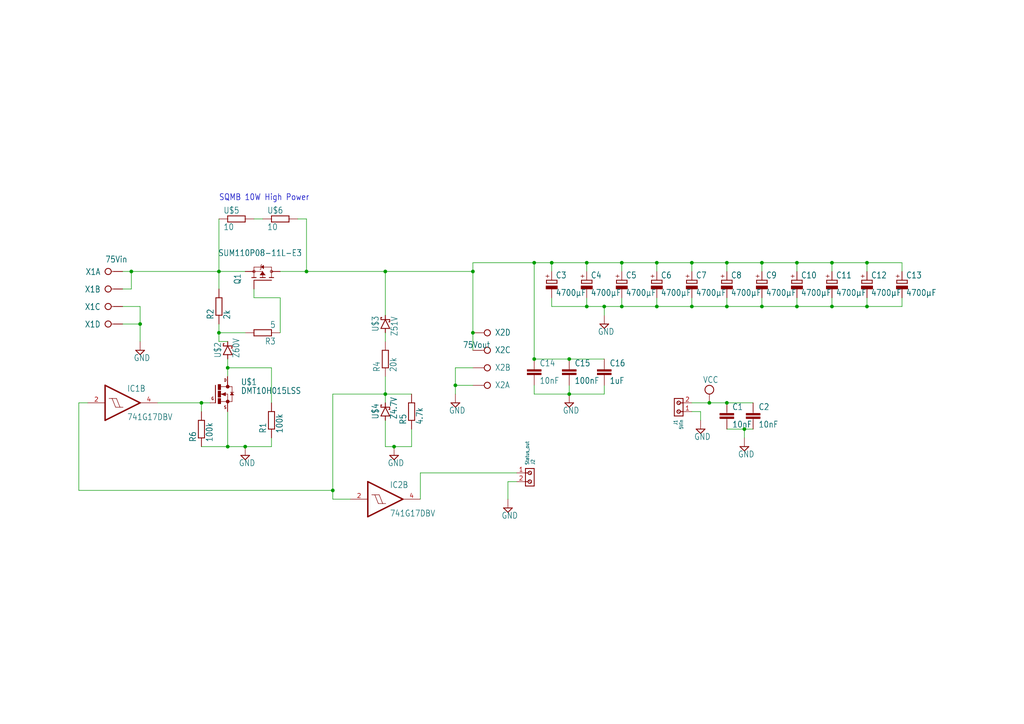
<source format=kicad_sch>
(kicad_sch
	(version 20231120)
	(generator "eeschema")
	(generator_version "8.0")
	(uuid "92b74f1f-4095-4c55-bf96-0662cc4589fe")
	(paper "A4")
	(lib_symbols
		(symbol "Cap_array_with_Current_Limiter_V1p0-eagle-import:691210910002"
			(exclude_from_sim no)
			(in_bom yes)
			(on_board yes)
			(property "Reference" "J"
				(at -4.88 -0.922 0)
				(effects
					(font
						(size 1.016 0.8636)
					)
					(justify right bottom)
				)
			)
			(property "Value" ""
				(at -4.83 -2.58 0)
				(effects
					(font
						(size 1.016 0.8636)
					)
					(justify right bottom)
				)
			)
			(property "Footprint" "Cap_array_with_Current_Limiter_V1p0:691210910002"
				(at 0 0 0)
				(effects
					(font
						(size 1.27 1.27)
					)
					(hide yes)
				)
			)
			(property "Datasheet" ""
				(at 0 0 0)
				(effects
					(font
						(size 1.27 1.27)
					)
					(hide yes)
				)
			)
			(property "Description" "WR-TBL Serie 2109 - 2.54 mm Horiz. Entry\n\nKIND PROPERTIES\n\nPitch 2.54 mm\n\nMATERIAL PROPERTIES\n\nInsulator Material PA66\nInsulator Flammability Rating UL94 V-0\nInsulator Color Green\nContact Material Brass\nContact Plating Copper over Zinc\nTerminal Screw Material Steel\nTerminal Screw Plating Zinc\nWire Guard Material Brass\n\nGENERAL INFORMATION\n\nOperating Temperature -40 up to +105 °C\nCompliance Lead free / RoHS\n\nELECTRICAL PROPERTIES\n\nIR cULus 6 A\nWorking Voltage [cULus] 150 V (AC)\nWithstanding Voltage [cULus] 1300 V (AC)\nContact Resistance [cULus] 20 mΩ\n\nMECHANICAL PROPERTIES\n\nWire Strip Length 4 up to 5 (mm)\nScrew M1.6\nSolid Wire Section (AWG) 30 to 18 (AWG)\nSolid Wire Section (Metric) 0.0509 to 0.823 (mm²)\nStranded Wire Section (AWG) 30 to 18 (AWG)\nStranded Wire Section (Metric) 0.0509 to 0.823 (mm²)\n\nCERTIFICATION\n\ncULus Approval E315414\n\nPACKAGING PROPERTIES\n\nPackaging Box\n\nhttps://katalog.we-online.com/media/images/v2/o33231v209%20Family_WR-TBL_69121091000x.jpg\n\nDetails see: https://katalog.we-online.com/en/em/TBL_2_54_2109_HORIZONTAL_ENTRY_69121091000X https://katalog.we-online.com/en/em/TBL_2_54_2109_HORIZONTAL_ENTRY_69121091000X\n\nUpdated by Ella Wu  2019-11-12\n2019(C) Wurth Elektronik"
				(at 0 0 0)
				(effects
					(font
						(size 1.27 1.27)
					)
					(hide yes)
				)
			)
			(property "ki_locked" ""
				(at 0 0 0)
				(effects
					(font
						(size 1.27 1.27)
					)
				)
			)
			(symbol "691210910002_1_0"
				(circle
					(center -2.54 -1.27)
					(radius 0.508)
					(stroke
						(width 0.254)
						(type solid)
					)
					(fill
						(type none)
					)
				)
				(circle
					(center 0 -1.27)
					(radius 0.508)
					(stroke
						(width 0.254)
						(type solid)
					)
					(fill
						(type none)
					)
				)
				(polyline
					(pts
						(xy -3.81 -2.54) (xy -3.81 0)
					)
					(stroke
						(width 0.254)
						(type solid)
					)
					(fill
						(type none)
					)
				)
				(polyline
					(pts
						(xy -3.81 0) (xy 1.27 0)
					)
					(stroke
						(width 0.254)
						(type solid)
					)
					(fill
						(type none)
					)
				)
				(polyline
					(pts
						(xy -2.54 -2.54) (xy -3.81 -2.54)
					)
					(stroke
						(width 0.254)
						(type solid)
					)
					(fill
						(type none)
					)
				)
				(polyline
					(pts
						(xy -2.54 -1.778) (xy -2.54 -2.54)
					)
					(stroke
						(width 0.254)
						(type solid)
					)
					(fill
						(type none)
					)
				)
				(polyline
					(pts
						(xy -2.286 -1.016) (xy -2.794 -1.524)
					)
					(stroke
						(width 0.1524)
						(type solid)
					)
					(fill
						(type none)
					)
				)
				(polyline
					(pts
						(xy 0 -2.54) (xy -2.54 -2.54)
					)
					(stroke
						(width 0.254)
						(type solid)
					)
					(fill
						(type none)
					)
				)
				(polyline
					(pts
						(xy 0 -1.778) (xy 0 -2.54)
					)
					(stroke
						(width 0.254)
						(type solid)
					)
					(fill
						(type none)
					)
				)
				(polyline
					(pts
						(xy 0.254 -1.016) (xy -0.254 -1.524)
					)
					(stroke
						(width 0.1524)
						(type solid)
					)
					(fill
						(type none)
					)
				)
				(polyline
					(pts
						(xy 1.27 -2.54) (xy 0 -2.54)
					)
					(stroke
						(width 0.254)
						(type solid)
					)
					(fill
						(type none)
					)
				)
				(polyline
					(pts
						(xy 1.27 0) (xy 1.27 -2.54)
					)
					(stroke
						(width 0.254)
						(type solid)
					)
					(fill
						(type none)
					)
				)
				(pin passive line
					(at -2.54 -5.08 90)
					(length 2.54)
					(name "1"
						(effects
							(font
								(size 0 0)
							)
						)
					)
					(number "1"
						(effects
							(font
								(size 1.27 1.27)
							)
						)
					)
				)
				(pin passive line
					(at 0 -5.08 90)
					(length 2.54)
					(name "2"
						(effects
							(font
								(size 0 0)
							)
						)
					)
					(number "2"
						(effects
							(font
								(size 1.27 1.27)
							)
						)
					)
				)
			)
		)
		(symbol "Cap_array_with_Current_Limiter_V1p0-eagle-import:741G17DBV"
			(exclude_from_sim no)
			(in_bom yes)
			(on_board yes)
			(property "Reference" "IC"
				(at 1.27 3.175 0)
				(effects
					(font
						(size 1.778 1.5113)
					)
					(justify left bottom)
				)
			)
			(property "Value" ""
				(at 1.27 -5.08 0)
				(effects
					(font
						(size 1.778 1.5113)
					)
					(justify left bottom)
					(hide yes)
				)
			)
			(property "Footprint" "Cap_array_with_Current_Limiter_V1p0:SOT23-5"
				(at 0 0 0)
				(effects
					(font
						(size 1.27 1.27)
					)
					(hide yes)
				)
			)
			(property "Datasheet" ""
				(at 0 0 0)
				(effects
					(font
						(size 1.27 1.27)
					)
					(hide yes)
				)
			)
			(property "Description" "Single Schmitt-Trigger Buffer"
				(at 0 0 0)
				(effects
					(font
						(size 1.27 1.27)
					)
					(hide yes)
				)
			)
			(property "ki_locked" ""
				(at 0 0 0)
				(effects
					(font
						(size 1.27 1.27)
					)
				)
			)
			(symbol "741G17DBV_1_0"
				(text "GND"
					(at 1.905 -6.35 900)
					(effects
						(font
							(size 1.27 1.0795)
						)
						(justify left bottom)
					)
				)
				(text "VCC"
					(at 1.905 2.54 900)
					(effects
						(font
							(size 1.27 1.0795)
						)
						(justify left bottom)
					)
				)
				(pin power_in line
					(at 0 -7.62 90)
					(length 5.08)
					(name "GND"
						(effects
							(font
								(size 0 0)
							)
						)
					)
					(number "3"
						(effects
							(font
								(size 1.27 1.27)
							)
						)
					)
				)
				(pin power_in line
					(at 0 7.62 270)
					(length 5.08)
					(name "VCC"
						(effects
							(font
								(size 0 0)
							)
						)
					)
					(number "5"
						(effects
							(font
								(size 1.27 1.27)
							)
						)
					)
				)
			)
			(symbol "741G17DBV_2_0"
				(polyline
					(pts
						(xy -5.08 -5.08) (xy -5.08 5.08)
					)
					(stroke
						(width 0.4064)
						(type solid)
					)
					(fill
						(type none)
					)
				)
				(polyline
					(pts
						(xy -5.08 5.08) (xy 5.08 0)
					)
					(stroke
						(width 0.4064)
						(type solid)
					)
					(fill
						(type none)
					)
				)
				(polyline
					(pts
						(xy -3.937 1.27) (xy -3.048 1.27)
					)
					(stroke
						(width 0.1524)
						(type solid)
					)
					(fill
						(type none)
					)
				)
				(polyline
					(pts
						(xy -3.048 1.27) (xy -1.778 1.27)
					)
					(stroke
						(width 0.1524)
						(type solid)
					)
					(fill
						(type none)
					)
				)
				(polyline
					(pts
						(xy -2.032 -1.27) (xy -3.048 1.27)
					)
					(stroke
						(width 0.1524)
						(type solid)
					)
					(fill
						(type none)
					)
				)
				(polyline
					(pts
						(xy -2.032 -1.27) (xy -0.762 -1.27)
					)
					(stroke
						(width 0.1524)
						(type solid)
					)
					(fill
						(type none)
					)
				)
				(polyline
					(pts
						(xy -0.762 -1.27) (xy -1.778 1.27)
					)
					(stroke
						(width 0.1524)
						(type solid)
					)
					(fill
						(type none)
					)
				)
				(polyline
					(pts
						(xy -0.762 -1.27) (xy 0.127 -1.27)
					)
					(stroke
						(width 0.1524)
						(type solid)
					)
					(fill
						(type none)
					)
				)
				(polyline
					(pts
						(xy 5.08 0) (xy -5.08 -5.08)
					)
					(stroke
						(width 0.4064)
						(type solid)
					)
					(fill
						(type none)
					)
				)
				(pin input line
					(at -10.16 0 0)
					(length 5.08)
					(name "I"
						(effects
							(font
								(size 0 0)
							)
						)
					)
					(number "2"
						(effects
							(font
								(size 1.27 1.27)
							)
						)
					)
				)
				(pin output line
					(at 10.16 0 180)
					(length 5.08)
					(name "O"
						(effects
							(font
								(size 0 0)
							)
						)
					)
					(number "4"
						(effects
							(font
								(size 1.27 1.27)
							)
						)
					)
				)
			)
		)
		(symbol "Cap_array_with_Current_Limiter_V1p0-eagle-import:C-EUC0805"
			(exclude_from_sim no)
			(in_bom yes)
			(on_board yes)
			(property "Reference" "C"
				(at 1.524 0.381 0)
				(effects
					(font
						(size 1.778 1.5113)
					)
					(justify left bottom)
				)
			)
			(property "Value" ""
				(at 1.524 -4.699 0)
				(effects
					(font
						(size 1.778 1.5113)
					)
					(justify left bottom)
				)
			)
			(property "Footprint" "Cap_array_with_Current_Limiter_V1p0:C0805"
				(at 0 0 0)
				(effects
					(font
						(size 1.27 1.27)
					)
					(hide yes)
				)
			)
			(property "Datasheet" ""
				(at 0 0 0)
				(effects
					(font
						(size 1.27 1.27)
					)
					(hide yes)
				)
			)
			(property "Description" "CAPACITOR, European symbol"
				(at 0 0 0)
				(effects
					(font
						(size 1.27 1.27)
					)
					(hide yes)
				)
			)
			(property "ki_locked" ""
				(at 0 0 0)
				(effects
					(font
						(size 1.27 1.27)
					)
				)
			)
			(symbol "C-EUC0805_1_0"
				(rectangle
					(start -2.032 -2.032)
					(end 2.032 -1.524)
					(stroke
						(width 0)
						(type default)
					)
					(fill
						(type outline)
					)
				)
				(rectangle
					(start -2.032 -1.016)
					(end 2.032 -0.508)
					(stroke
						(width 0)
						(type default)
					)
					(fill
						(type outline)
					)
				)
				(polyline
					(pts
						(xy 0 -2.54) (xy 0 -2.032)
					)
					(stroke
						(width 0.1524)
						(type solid)
					)
					(fill
						(type none)
					)
				)
				(polyline
					(pts
						(xy 0 0) (xy 0 -0.508)
					)
					(stroke
						(width 0.1524)
						(type solid)
					)
					(fill
						(type none)
					)
				)
				(pin passive line
					(at 0 2.54 270)
					(length 2.54)
					(name "1"
						(effects
							(font
								(size 0 0)
							)
						)
					)
					(number "1"
						(effects
							(font
								(size 0 0)
							)
						)
					)
				)
				(pin passive line
					(at 0 -5.08 90)
					(length 2.54)
					(name "2"
						(effects
							(font
								(size 0 0)
							)
						)
					)
					(number "2"
						(effects
							(font
								(size 0 0)
							)
						)
					)
				)
			)
		)
		(symbol "Cap_array_with_Current_Limiter_V1p0-eagle-import:C-EUC1206"
			(exclude_from_sim no)
			(in_bom yes)
			(on_board yes)
			(property "Reference" "C"
				(at 1.524 0.381 0)
				(effects
					(font
						(size 1.778 1.5113)
					)
					(justify left bottom)
				)
			)
			(property "Value" ""
				(at 1.524 -4.699 0)
				(effects
					(font
						(size 1.778 1.5113)
					)
					(justify left bottom)
				)
			)
			(property "Footprint" "Cap_array_with_Current_Limiter_V1p0:C1206"
				(at 0 0 0)
				(effects
					(font
						(size 1.27 1.27)
					)
					(hide yes)
				)
			)
			(property "Datasheet" ""
				(at 0 0 0)
				(effects
					(font
						(size 1.27 1.27)
					)
					(hide yes)
				)
			)
			(property "Description" "CAPACITOR, European symbol"
				(at 0 0 0)
				(effects
					(font
						(size 1.27 1.27)
					)
					(hide yes)
				)
			)
			(property "ki_locked" ""
				(at 0 0 0)
				(effects
					(font
						(size 1.27 1.27)
					)
				)
			)
			(symbol "C-EUC1206_1_0"
				(rectangle
					(start -2.032 -2.032)
					(end 2.032 -1.524)
					(stroke
						(width 0)
						(type default)
					)
					(fill
						(type outline)
					)
				)
				(rectangle
					(start -2.032 -1.016)
					(end 2.032 -0.508)
					(stroke
						(width 0)
						(type default)
					)
					(fill
						(type outline)
					)
				)
				(polyline
					(pts
						(xy 0 -2.54) (xy 0 -2.032)
					)
					(stroke
						(width 0.1524)
						(type solid)
					)
					(fill
						(type none)
					)
				)
				(polyline
					(pts
						(xy 0 0) (xy 0 -0.508)
					)
					(stroke
						(width 0.1524)
						(type solid)
					)
					(fill
						(type none)
					)
				)
				(pin passive line
					(at 0 2.54 270)
					(length 2.54)
					(name "1"
						(effects
							(font
								(size 0 0)
							)
						)
					)
					(number "1"
						(effects
							(font
								(size 0 0)
							)
						)
					)
				)
				(pin passive line
					(at 0 -5.08 90)
					(length 2.54)
					(name "2"
						(effects
							(font
								(size 0 0)
							)
						)
					)
					(number "2"
						(effects
							(font
								(size 0 0)
							)
						)
					)
				)
			)
		)
		(symbol "Cap_array_with_Current_Limiter_V1p0-eagle-import:CPOL-EUE10-30"
			(exclude_from_sim no)
			(in_bom yes)
			(on_board yes)
			(property "Reference" "C"
				(at 1.143 0.4826 0)
				(effects
					(font
						(size 1.778 1.5113)
					)
					(justify left bottom)
				)
			)
			(property "Value" ""
				(at 1.143 -4.5974 0)
				(effects
					(font
						(size 1.778 1.5113)
					)
					(justify left bottom)
				)
			)
			(property "Footprint" "Cap_array_with_Current_Limiter_V1p0:EB30D"
				(at 0 0 0)
				(effects
					(font
						(size 1.27 1.27)
					)
					(hide yes)
				)
			)
			(property "Datasheet" ""
				(at 0 0 0)
				(effects
					(font
						(size 1.27 1.27)
					)
					(hide yes)
				)
			)
			(property "Description" "POLARIZED CAPACITOR, European symbol"
				(at 0 0 0)
				(effects
					(font
						(size 1.27 1.27)
					)
					(hide yes)
				)
			)
			(property "ki_locked" ""
				(at 0 0 0)
				(effects
					(font
						(size 1.27 1.27)
					)
				)
			)
			(symbol "CPOL-EUE10-30_1_0"
				(rectangle
					(start -1.651 -2.54)
					(end 1.651 -1.651)
					(stroke
						(width 0)
						(type default)
					)
					(fill
						(type outline)
					)
				)
				(polyline
					(pts
						(xy -1.524 -0.889) (xy 1.524 -0.889)
					)
					(stroke
						(width 0.254)
						(type solid)
					)
					(fill
						(type none)
					)
				)
				(polyline
					(pts
						(xy -1.524 0) (xy -1.524 -0.889)
					)
					(stroke
						(width 0.254)
						(type solid)
					)
					(fill
						(type none)
					)
				)
				(polyline
					(pts
						(xy -1.524 0) (xy 1.524 0)
					)
					(stroke
						(width 0.254)
						(type solid)
					)
					(fill
						(type none)
					)
				)
				(polyline
					(pts
						(xy 1.524 -0.889) (xy 1.524 0)
					)
					(stroke
						(width 0.254)
						(type solid)
					)
					(fill
						(type none)
					)
				)
				(text "+"
					(at -0.5842 0.4064 900)
					(effects
						(font
							(size 1.27 1.0795)
						)
						(justify left bottom)
					)
				)
				(pin passive line
					(at 0 2.54 270)
					(length 2.54)
					(name "+"
						(effects
							(font
								(size 0 0)
							)
						)
					)
					(number "+"
						(effects
							(font
								(size 0 0)
							)
						)
					)
				)
				(pin passive line
					(at 0 -5.08 90)
					(length 2.54)
					(name "-"
						(effects
							(font
								(size 0 0)
							)
						)
					)
					(number "-"
						(effects
							(font
								(size 0 0)
							)
						)
					)
				)
			)
		)
		(symbol "Cap_array_with_Current_Limiter_V1p0-eagle-import:DMT10H015LSS"
			(exclude_from_sim no)
			(in_bom yes)
			(on_board yes)
			(property "Reference" ""
				(at 6.35 2.54 0)
				(effects
					(font
						(size 1.778 1.5113)
					)
					(justify left bottom)
					(hide yes)
				)
			)
			(property "Value" ""
				(at 6.35 0 0)
				(effects
					(font
						(size 1.778 1.5113)
					)
					(justify left bottom)
				)
			)
			(property "Footprint" "Cap_array_with_Current_Limiter_V1p0:SOIC8"
				(at 0 0 0)
				(effects
					(font
						(size 1.27 1.27)
					)
					(hide yes)
				)
			)
			(property "Datasheet" ""
				(at 0 0 0)
				(effects
					(font
						(size 1.27 1.27)
					)
					(hide yes)
				)
			)
			(property "Description" ""
				(at 0 0 0)
				(effects
					(font
						(size 1.27 1.27)
					)
					(hide yes)
				)
			)
			(property "ki_locked" ""
				(at 0 0 0)
				(effects
					(font
						(size 1.27 1.27)
					)
				)
			)
			(symbol "DMT10H015LSS_1_0"
				(rectangle
					(start -0.254 -2.794)
					(end 0.508 -1.27)
					(stroke
						(width 0)
						(type default)
					)
					(fill
						(type outline)
					)
				)
				(rectangle
					(start -0.254 -0.889)
					(end 0.508 0.889)
					(stroke
						(width 0)
						(type default)
					)
					(fill
						(type outline)
					)
				)
				(rectangle
					(start -0.254 1.27)
					(end 0.508 2.794)
					(stroke
						(width 0)
						(type default)
					)
					(fill
						(type outline)
					)
				)
				(polyline
					(pts
						(xy -1.016 -2.54) (xy -2.54 -2.54)
					)
					(stroke
						(width 0.1524)
						(type solid)
					)
					(fill
						(type none)
					)
				)
				(polyline
					(pts
						(xy -1.016 2.54) (xy -1.016 -2.54)
					)
					(stroke
						(width 0.254)
						(type solid)
					)
					(fill
						(type none)
					)
				)
				(polyline
					(pts
						(xy 0.381 0) (xy 2.54 0)
					)
					(stroke
						(width 0.1524)
						(type solid)
					)
					(fill
						(type none)
					)
				)
				(polyline
					(pts
						(xy 0.508 -2.159) (xy 2.54 -2.159)
					)
					(stroke
						(width 0.1524)
						(type solid)
					)
					(fill
						(type none)
					)
				)
				(polyline
					(pts
						(xy 2.54 -2.159) (xy 2.54 -2.54)
					)
					(stroke
						(width 0.1524)
						(type solid)
					)
					(fill
						(type none)
					)
				)
				(polyline
					(pts
						(xy 2.54 0) (xy 2.54 -2.159)
					)
					(stroke
						(width 0.1524)
						(type solid)
					)
					(fill
						(type none)
					)
				)
				(polyline
					(pts
						(xy 2.54 2.159) (xy 0.5334 2.159)
					)
					(stroke
						(width 0.1524)
						(type solid)
					)
					(fill
						(type none)
					)
				)
				(polyline
					(pts
						(xy 2.54 2.54) (xy 2.54 2.159)
					)
					(stroke
						(width 0.1524)
						(type solid)
					)
					(fill
						(type none)
					)
				)
				(polyline
					(pts
						(xy 3.302 0.508) (xy 3.81 0.508)
					)
					(stroke
						(width 0.1524)
						(type solid)
					)
					(fill
						(type none)
					)
				)
				(polyline
					(pts
						(xy 3.81 -2.159) (xy 2.54 -2.159)
					)
					(stroke
						(width 0.1524)
						(type solid)
					)
					(fill
						(type none)
					)
				)
				(polyline
					(pts
						(xy 3.81 -2.159) (xy 3.81 -0.127)
					)
					(stroke
						(width 0.1524)
						(type solid)
					)
					(fill
						(type none)
					)
				)
				(polyline
					(pts
						(xy 3.81 0.508) (xy 3.81 2.159)
					)
					(stroke
						(width 0.1524)
						(type solid)
					)
					(fill
						(type none)
					)
				)
				(polyline
					(pts
						(xy 3.81 0.508) (xy 4.318 0.508)
					)
					(stroke
						(width 0.1524)
						(type solid)
					)
					(fill
						(type none)
					)
				)
				(polyline
					(pts
						(xy 3.81 2.159) (xy 2.54 2.159)
					)
					(stroke
						(width 0.1524)
						(type solid)
					)
					(fill
						(type none)
					)
				)
				(polyline
					(pts
						(xy 0.635 0) (xy 1.905 -0.508) (xy 1.905 0.508)
					)
					(stroke
						(width 0.1524)
						(type solid)
					)
					(fill
						(type outline)
					)
				)
				(polyline
					(pts
						(xy 3.81 0.508) (xy 3.302 -0.254) (xy 4.318 -0.254)
					)
					(stroke
						(width 0.1524)
						(type solid)
					)
					(fill
						(type outline)
					)
				)
				(circle
					(center 2.54 -2.159)
					(radius 0.127)
					(stroke
						(width 0.4064)
						(type solid)
					)
					(fill
						(type none)
					)
				)
				(circle
					(center 2.54 2.159)
					(radius 0.127)
					(stroke
						(width 0.4064)
						(type solid)
					)
					(fill
						(type none)
					)
				)
				(text "D"
					(at 1.397 3.556 0)
					(effects
						(font
							(size 0.8128 0.6908)
						)
						(justify left bottom)
					)
				)
				(text "G"
					(at -2.286 -1.778 0)
					(effects
						(font
							(size 0.8128 0.6908)
						)
						(justify left bottom)
					)
				)
				(text "S"
					(at 1.397 -4.318 0)
					(effects
						(font
							(size 0.8128 0.6908)
						)
						(justify left bottom)
					)
				)
				(pin passive line
					(at 2.54 -5.08 90)
					(length 2.54)
					(name "S"
						(effects
							(font
								(size 0 0)
							)
						)
					)
					(number "1"
						(effects
							(font
								(size 0 0)
							)
						)
					)
				)
				(pin passive line
					(at 2.54 -5.08 90)
					(length 2.54)
					(name "S"
						(effects
							(font
								(size 0 0)
							)
						)
					)
					(number "2"
						(effects
							(font
								(size 0 0)
							)
						)
					)
				)
				(pin passive line
					(at 2.54 -5.08 90)
					(length 2.54)
					(name "S"
						(effects
							(font
								(size 0 0)
							)
						)
					)
					(number "3"
						(effects
							(font
								(size 0 0)
							)
						)
					)
				)
				(pin passive line
					(at -2.54 -2.54 0)
					(length 0)
					(name "G"
						(effects
							(font
								(size 0 0)
							)
						)
					)
					(number "4"
						(effects
							(font
								(size 0 0)
							)
						)
					)
				)
				(pin passive line
					(at 2.54 5.08 270)
					(length 2.54)
					(name "D"
						(effects
							(font
								(size 0 0)
							)
						)
					)
					(number "5"
						(effects
							(font
								(size 0 0)
							)
						)
					)
				)
				(pin passive line
					(at 2.54 5.08 270)
					(length 2.54)
					(name "D"
						(effects
							(font
								(size 0 0)
							)
						)
					)
					(number "6"
						(effects
							(font
								(size 0 0)
							)
						)
					)
				)
				(pin passive line
					(at 2.54 5.08 270)
					(length 2.54)
					(name "D"
						(effects
							(font
								(size 0 0)
							)
						)
					)
					(number "7"
						(effects
							(font
								(size 0 0)
							)
						)
					)
				)
				(pin passive line
					(at 2.54 5.08 270)
					(length 2.54)
					(name "D"
						(effects
							(font
								(size 0 0)
							)
						)
					)
					(number "8"
						(effects
							(font
								(size 0 0)
							)
						)
					)
				)
			)
		)
		(symbol "Cap_array_with_Current_Limiter_V1p0-eagle-import:GND"
			(power)
			(exclude_from_sim no)
			(in_bom yes)
			(on_board yes)
			(property "Reference" "#SUPPLY"
				(at 0 0 0)
				(effects
					(font
						(size 1.27 1.27)
					)
					(hide yes)
				)
			)
			(property "Value" ""
				(at -1.905 -3.175 0)
				(effects
					(font
						(size 1.778 1.5113)
					)
					(justify left bottom)
				)
			)
			(property "Footprint" ""
				(at 0 0 0)
				(effects
					(font
						(size 1.27 1.27)
					)
					(hide yes)
				)
			)
			(property "Datasheet" ""
				(at 0 0 0)
				(effects
					(font
						(size 1.27 1.27)
					)
					(hide yes)
				)
			)
			(property "Description" "SUPPLY SYMBOL"
				(at 0 0 0)
				(effects
					(font
						(size 1.27 1.27)
					)
					(hide yes)
				)
			)
			(property "ki_locked" ""
				(at 0 0 0)
				(effects
					(font
						(size 1.27 1.27)
					)
				)
			)
			(symbol "GND_1_0"
				(polyline
					(pts
						(xy -1.27 0) (xy 1.27 0)
					)
					(stroke
						(width 0.254)
						(type solid)
					)
					(fill
						(type none)
					)
				)
				(polyline
					(pts
						(xy 0 -1.27) (xy -1.27 0)
					)
					(stroke
						(width 0.254)
						(type solid)
					)
					(fill
						(type none)
					)
				)
				(polyline
					(pts
						(xy 1.27 0) (xy 0 -1.27)
					)
					(stroke
						(width 0.254)
						(type solid)
					)
					(fill
						(type none)
					)
				)
				(pin power_in line
					(at 0 2.54 270)
					(length 2.54)
					(name "GND"
						(effects
							(font
								(size 0 0)
							)
						)
					)
					(number "1"
						(effects
							(font
								(size 0 0)
							)
						)
					)
				)
			)
		)
		(symbol "Cap_array_with_Current_Limiter_V1p0-eagle-import:R-EU_R0805"
			(exclude_from_sim no)
			(in_bom yes)
			(on_board yes)
			(property "Reference" "R"
				(at -3.81 1.4986 0)
				(effects
					(font
						(size 1.778 1.5113)
					)
					(justify left bottom)
				)
			)
			(property "Value" ""
				(at -3.81 -3.302 0)
				(effects
					(font
						(size 1.778 1.5113)
					)
					(justify left bottom)
				)
			)
			(property "Footprint" "Cap_array_with_Current_Limiter_V1p0:R0805"
				(at 0 0 0)
				(effects
					(font
						(size 1.27 1.27)
					)
					(hide yes)
				)
			)
			(property "Datasheet" ""
				(at 0 0 0)
				(effects
					(font
						(size 1.27 1.27)
					)
					(hide yes)
				)
			)
			(property "Description" "RESISTOR, European symbol"
				(at 0 0 0)
				(effects
					(font
						(size 1.27 1.27)
					)
					(hide yes)
				)
			)
			(property "ki_locked" ""
				(at 0 0 0)
				(effects
					(font
						(size 1.27 1.27)
					)
				)
			)
			(symbol "R-EU_R0805_1_0"
				(polyline
					(pts
						(xy -2.54 -0.889) (xy -2.54 0.889)
					)
					(stroke
						(width 0.254)
						(type solid)
					)
					(fill
						(type none)
					)
				)
				(polyline
					(pts
						(xy -2.54 -0.889) (xy 2.54 -0.889)
					)
					(stroke
						(width 0.254)
						(type solid)
					)
					(fill
						(type none)
					)
				)
				(polyline
					(pts
						(xy 2.54 -0.889) (xy 2.54 0.889)
					)
					(stroke
						(width 0.254)
						(type solid)
					)
					(fill
						(type none)
					)
				)
				(polyline
					(pts
						(xy 2.54 0.889) (xy -2.54 0.889)
					)
					(stroke
						(width 0.254)
						(type solid)
					)
					(fill
						(type none)
					)
				)
				(pin passive line
					(at -5.08 0 0)
					(length 2.54)
					(name "1"
						(effects
							(font
								(size 0 0)
							)
						)
					)
					(number "1"
						(effects
							(font
								(size 0 0)
							)
						)
					)
				)
				(pin passive line
					(at 5.08 0 180)
					(length 2.54)
					(name "2"
						(effects
							(font
								(size 0 0)
							)
						)
					)
					(number "2"
						(effects
							(font
								(size 0 0)
							)
						)
					)
				)
			)
		)
		(symbol "Cap_array_with_Current_Limiter_V1p0-eagle-import:R-EU_R2512"
			(exclude_from_sim no)
			(in_bom yes)
			(on_board yes)
			(property "Reference" "R"
				(at -3.81 1.4986 0)
				(effects
					(font
						(size 1.778 1.5113)
					)
					(justify left bottom)
				)
			)
			(property "Value" ""
				(at -3.81 -3.302 0)
				(effects
					(font
						(size 1.778 1.5113)
					)
					(justify left bottom)
				)
			)
			(property "Footprint" "Cap_array_with_Current_Limiter_V1p0:R2512"
				(at 0 0 0)
				(effects
					(font
						(size 1.27 1.27)
					)
					(hide yes)
				)
			)
			(property "Datasheet" ""
				(at 0 0 0)
				(effects
					(font
						(size 1.27 1.27)
					)
					(hide yes)
				)
			)
			(property "Description" "RESISTOR, European symbol"
				(at 0 0 0)
				(effects
					(font
						(size 1.27 1.27)
					)
					(hide yes)
				)
			)
			(property "ki_locked" ""
				(at 0 0 0)
				(effects
					(font
						(size 1.27 1.27)
					)
				)
			)
			(symbol "R-EU_R2512_1_0"
				(polyline
					(pts
						(xy -2.54 -0.889) (xy -2.54 0.889)
					)
					(stroke
						(width 0.254)
						(type solid)
					)
					(fill
						(type none)
					)
				)
				(polyline
					(pts
						(xy -2.54 -0.889) (xy 2.54 -0.889)
					)
					(stroke
						(width 0.254)
						(type solid)
					)
					(fill
						(type none)
					)
				)
				(polyline
					(pts
						(xy 2.54 -0.889) (xy 2.54 0.889)
					)
					(stroke
						(width 0.254)
						(type solid)
					)
					(fill
						(type none)
					)
				)
				(polyline
					(pts
						(xy 2.54 0.889) (xy -2.54 0.889)
					)
					(stroke
						(width 0.254)
						(type solid)
					)
					(fill
						(type none)
					)
				)
				(pin passive line
					(at -5.08 0 0)
					(length 2.54)
					(name "1"
						(effects
							(font
								(size 0 0)
							)
						)
					)
					(number "1"
						(effects
							(font
								(size 0 0)
							)
						)
					)
				)
				(pin passive line
					(at 5.08 0 180)
					(length 2.54)
					(name "2"
						(effects
							(font
								(size 0 0)
							)
						)
					)
					(number "2"
						(effects
							(font
								(size 0 0)
							)
						)
					)
				)
			)
		)
		(symbol "Cap_array_with_Current_Limiter_V1p0-eagle-import:SCHOTTKYDO-214-AA"
			(exclude_from_sim no)
			(in_bom yes)
			(on_board yes)
			(property "Reference" ""
				(at -2.286 1.905 0)
				(effects
					(font
						(size 1.778 1.5113)
					)
					(justify left bottom)
					(hide yes)
				)
			)
			(property "Value" ""
				(at -2.286 -3.429 0)
				(effects
					(font
						(size 1.778 1.5113)
					)
					(justify left bottom)
				)
			)
			(property "Footprint" "Cap_array_with_Current_Limiter_V1p0:DO-214AA"
				(at 0 0 0)
				(effects
					(font
						(size 1.27 1.27)
					)
					(hide yes)
				)
			)
			(property "Datasheet" ""
				(at 0 0 0)
				(effects
					(font
						(size 1.27 1.27)
					)
					(hide yes)
				)
			)
			(property "Description" ""
				(at 0 0 0)
				(effects
					(font
						(size 1.27 1.27)
					)
					(hide yes)
				)
			)
			(property "ki_locked" ""
				(at 0 0 0)
				(effects
					(font
						(size 1.27 1.27)
					)
				)
			)
			(symbol "SCHOTTKYDO-214-AA_1_0"
				(polyline
					(pts
						(xy -1.27 -1.27) (xy 1.27 0)
					)
					(stroke
						(width 0.254)
						(type solid)
					)
					(fill
						(type none)
					)
				)
				(polyline
					(pts
						(xy -1.27 0) (xy -2.54 0)
					)
					(stroke
						(width 0.254)
						(type solid)
					)
					(fill
						(type none)
					)
				)
				(polyline
					(pts
						(xy -1.27 0) (xy -1.27 -1.27)
					)
					(stroke
						(width 0.254)
						(type solid)
					)
					(fill
						(type none)
					)
				)
				(polyline
					(pts
						(xy -1.27 1.27) (xy -1.27 0)
					)
					(stroke
						(width 0.254)
						(type solid)
					)
					(fill
						(type none)
					)
				)
				(polyline
					(pts
						(xy 0.635 -1.016) (xy 0.635 -1.27)
					)
					(stroke
						(width 0.254)
						(type solid)
					)
					(fill
						(type none)
					)
				)
				(polyline
					(pts
						(xy 1.27 -1.27) (xy 0.635 -1.27)
					)
					(stroke
						(width 0.254)
						(type solid)
					)
					(fill
						(type none)
					)
				)
				(polyline
					(pts
						(xy 1.27 0) (xy -1.27 1.27)
					)
					(stroke
						(width 0.254)
						(type solid)
					)
					(fill
						(type none)
					)
				)
				(polyline
					(pts
						(xy 1.27 0) (xy 1.27 -1.27)
					)
					(stroke
						(width 0.254)
						(type solid)
					)
					(fill
						(type none)
					)
				)
				(polyline
					(pts
						(xy 1.27 0) (xy 2.54 0)
					)
					(stroke
						(width 0.254)
						(type solid)
					)
					(fill
						(type none)
					)
				)
				(polyline
					(pts
						(xy 1.27 1.27) (xy 1.27 0)
					)
					(stroke
						(width 0.254)
						(type solid)
					)
					(fill
						(type none)
					)
				)
				(polyline
					(pts
						(xy 1.905 1.27) (xy 1.27 1.27)
					)
					(stroke
						(width 0.254)
						(type solid)
					)
					(fill
						(type none)
					)
				)
				(polyline
					(pts
						(xy 1.905 1.27) (xy 1.905 1.016)
					)
					(stroke
						(width 0.254)
						(type solid)
					)
					(fill
						(type none)
					)
				)
				(pin passive line
					(at -2.54 0 0)
					(length 0)
					(name "A"
						(effects
							(font
								(size 0 0)
							)
						)
					)
					(number "A"
						(effects
							(font
								(size 0 0)
							)
						)
					)
				)
				(pin passive line
					(at 2.54 0 180)
					(length 0)
					(name "C"
						(effects
							(font
								(size 0 0)
							)
						)
					)
					(number "C"
						(effects
							(font
								(size 0 0)
							)
						)
					)
				)
			)
		)
		(symbol "Cap_array_with_Current_Limiter_V1p0-eagle-import:SPB80P06P"
			(exclude_from_sim no)
			(in_bom yes)
			(on_board yes)
			(property "Reference" "Q"
				(at -11.43 -1.27 0)
				(effects
					(font
						(size 1.778 1.5113)
					)
					(justify left bottom)
				)
			)
			(property "Value" ""
				(at -11.43 -3.81 0)
				(effects
					(font
						(size 1.778 1.5113)
					)
					(justify left bottom)
				)
			)
			(property "Footprint" "Cap_array_with_Current_Limiter_V1p0:TO263"
				(at 0 0 0)
				(effects
					(font
						(size 1.27 1.27)
					)
					(hide yes)
				)
			)
			(property "Datasheet" ""
				(at 0 0 0)
				(effects
					(font
						(size 1.27 1.27)
					)
					(hide yes)
				)
			)
			(property "Description" "SIPMOS (R) Power-Transistor P-Channel, Enhancement mode\n\nSource: http://www.infineon.com/upload/Document/cmc_upload/documents/011/3685/SPP80P06P.pdf"
				(at 0 0 0)
				(effects
					(font
						(size 1.27 1.27)
					)
					(hide yes)
				)
			)
			(property "ki_locked" ""
				(at 0 0 0)
				(effects
					(font
						(size 1.27 1.27)
					)
				)
			)
			(symbol "SPB80P06P_1_0"
				(polyline
					(pts
						(xy 0 -2.54) (xy 0 2.54)
					)
					(stroke
						(width 0.254)
						(type solid)
					)
					(fill
						(type none)
					)
				)
				(polyline
					(pts
						(xy 0.762 -3.175) (xy 0.762 -2.54)
					)
					(stroke
						(width 0.254)
						(type solid)
					)
					(fill
						(type none)
					)
				)
				(polyline
					(pts
						(xy 0.762 -2.54) (xy 0.762 -1.905)
					)
					(stroke
						(width 0.254)
						(type solid)
					)
					(fill
						(type none)
					)
				)
				(polyline
					(pts
						(xy 0.762 -2.54) (xy 3.81 -2.54)
					)
					(stroke
						(width 0.1524)
						(type solid)
					)
					(fill
						(type none)
					)
				)
				(polyline
					(pts
						(xy 0.762 -0.762) (xy 0.762 0)
					)
					(stroke
						(width 0.254)
						(type solid)
					)
					(fill
						(type none)
					)
				)
				(polyline
					(pts
						(xy 0.762 0) (xy 0.762 0.762)
					)
					(stroke
						(width 0.254)
						(type solid)
					)
					(fill
						(type none)
					)
				)
				(polyline
					(pts
						(xy 0.762 0) (xy 2.54 0)
					)
					(stroke
						(width 0.1524)
						(type solid)
					)
					(fill
						(type none)
					)
				)
				(polyline
					(pts
						(xy 0.762 1.905) (xy 0.762 2.54)
					)
					(stroke
						(width 0.254)
						(type solid)
					)
					(fill
						(type none)
					)
				)
				(polyline
					(pts
						(xy 0.762 2.54) (xy 0.762 3.175)
					)
					(stroke
						(width 0.254)
						(type solid)
					)
					(fill
						(type none)
					)
				)
				(polyline
					(pts
						(xy 2.54 0) (xy 2.54 2.54)
					)
					(stroke
						(width 0.1524)
						(type solid)
					)
					(fill
						(type none)
					)
				)
				(polyline
					(pts
						(xy 2.54 2.54) (xy 0.762 2.54)
					)
					(stroke
						(width 0.1524)
						(type solid)
					)
					(fill
						(type none)
					)
				)
				(polyline
					(pts
						(xy 2.54 2.54) (xy 3.81 2.54)
					)
					(stroke
						(width 0.1524)
						(type solid)
					)
					(fill
						(type none)
					)
				)
				(polyline
					(pts
						(xy 3.048 0.762) (xy 3.302 0.508)
					)
					(stroke
						(width 0.1524)
						(type solid)
					)
					(fill
						(type none)
					)
				)
				(polyline
					(pts
						(xy 3.302 0.508) (xy 3.81 0.508)
					)
					(stroke
						(width 0.1524)
						(type solid)
					)
					(fill
						(type none)
					)
				)
				(polyline
					(pts
						(xy 3.81 -2.54) (xy 3.81 0.508)
					)
					(stroke
						(width 0.1524)
						(type solid)
					)
					(fill
						(type none)
					)
				)
				(polyline
					(pts
						(xy 3.81 0.508) (xy 3.81 2.54)
					)
					(stroke
						(width 0.1524)
						(type solid)
					)
					(fill
						(type none)
					)
				)
				(polyline
					(pts
						(xy 3.81 0.508) (xy 4.318 0.508)
					)
					(stroke
						(width 0.1524)
						(type solid)
					)
					(fill
						(type none)
					)
				)
				(polyline
					(pts
						(xy 4.318 0.508) (xy 4.572 0.254)
					)
					(stroke
						(width 0.1524)
						(type solid)
					)
					(fill
						(type none)
					)
				)
				(polyline
					(pts
						(xy 2.54 0) (xy 1.524 0.762) (xy 1.524 -0.762)
					)
					(stroke
						(width 0.1524)
						(type solid)
					)
					(fill
						(type outline)
					)
				)
				(polyline
					(pts
						(xy 3.81 0.508) (xy 4.318 -0.254) (xy 3.302 -0.254)
					)
					(stroke
						(width 0.1524)
						(type solid)
					)
					(fill
						(type outline)
					)
				)
				(circle
					(center 2.54 -2.54)
					(radius 0.3592)
					(stroke
						(width 0)
						(type solid)
					)
					(fill
						(type none)
					)
				)
				(circle
					(center 2.54 2.54)
					(radius 0.3592)
					(stroke
						(width 0)
						(type solid)
					)
					(fill
						(type none)
					)
				)
				(pin passive line
					(at -2.54 2.54 0)
					(length 2.54)
					(name "G"
						(effects
							(font
								(size 0 0)
							)
						)
					)
					(number "1"
						(effects
							(font
								(size 0 0)
							)
						)
					)
				)
				(pin passive line
					(at 2.54 5.08 270)
					(length 2.54)
					(name "S"
						(effects
							(font
								(size 0 0)
							)
						)
					)
					(number "2"
						(effects
							(font
								(size 0 0)
							)
						)
					)
				)
				(pin passive line
					(at 2.54 -5.08 90)
					(length 2.54)
					(name "D"
						(effects
							(font
								(size 0 0)
							)
						)
					)
					(number "3"
						(effects
							(font
								(size 0 0)
							)
						)
					)
				)
			)
		)
		(symbol "Cap_array_with_Current_Limiter_V1p0-eagle-import:SQMB"
			(exclude_from_sim no)
			(in_bom yes)
			(on_board yes)
			(property "Reference" ""
				(at -3.81 1.4986 0)
				(effects
					(font
						(size 1.778 1.5113)
					)
					(justify left bottom)
					(hide yes)
				)
			)
			(property "Value" ""
				(at -3.81 -3.302 0)
				(effects
					(font
						(size 1.778 1.5113)
					)
					(justify left bottom)
				)
			)
			(property "Footprint" "Cap_array_with_Current_Limiter_V1p0:SQMB"
				(at 0 0 0)
				(effects
					(font
						(size 1.27 1.27)
					)
					(hide yes)
				)
			)
			(property "Datasheet" ""
				(at 0 0 0)
				(effects
					(font
						(size 1.27 1.27)
					)
					(hide yes)
				)
			)
			(property "Description" "SQMB Cement Housed High Power Resistor - Pulse Withstand"
				(at 0 0 0)
				(effects
					(font
						(size 1.27 1.27)
					)
					(hide yes)
				)
			)
			(property "ki_locked" ""
				(at 0 0 0)
				(effects
					(font
						(size 1.27 1.27)
					)
				)
			)
			(symbol "SQMB_1_0"
				(polyline
					(pts
						(xy -2.54 -0.889) (xy -2.54 0.889)
					)
					(stroke
						(width 0.254)
						(type solid)
					)
					(fill
						(type none)
					)
				)
				(polyline
					(pts
						(xy -2.54 -0.889) (xy 2.54 -0.889)
					)
					(stroke
						(width 0.254)
						(type solid)
					)
					(fill
						(type none)
					)
				)
				(polyline
					(pts
						(xy 2.54 -0.889) (xy 2.54 0.889)
					)
					(stroke
						(width 0.254)
						(type solid)
					)
					(fill
						(type none)
					)
				)
				(polyline
					(pts
						(xy 2.54 0.889) (xy -2.54 0.889)
					)
					(stroke
						(width 0.254)
						(type solid)
					)
					(fill
						(type none)
					)
				)
				(pin passive line
					(at -5.08 0 0)
					(length 2.54)
					(name "1"
						(effects
							(font
								(size 0 0)
							)
						)
					)
					(number "P$1"
						(effects
							(font
								(size 0 0)
							)
						)
					)
				)
				(pin passive line
					(at 5.08 0 180)
					(length 2.54)
					(name "2"
						(effects
							(font
								(size 0 0)
							)
						)
					)
					(number "P$2"
						(effects
							(font
								(size 0 0)
							)
						)
					)
				)
			)
		)
		(symbol "Cap_array_with_Current_Limiter_V1p0-eagle-import:VCC"
			(power)
			(exclude_from_sim no)
			(in_bom yes)
			(on_board yes)
			(property "Reference" "#SUPPLY"
				(at 0 0 0)
				(effects
					(font
						(size 1.27 1.27)
					)
					(hide yes)
				)
			)
			(property "Value" ""
				(at -1.905 3.175 0)
				(effects
					(font
						(size 1.778 1.5113)
					)
					(justify left bottom)
				)
			)
			(property "Footprint" ""
				(at 0 0 0)
				(effects
					(font
						(size 1.27 1.27)
					)
					(hide yes)
				)
			)
			(property "Datasheet" ""
				(at 0 0 0)
				(effects
					(font
						(size 1.27 1.27)
					)
					(hide yes)
				)
			)
			(property "Description" "SUPPLY SYMBOL"
				(at 0 0 0)
				(effects
					(font
						(size 1.27 1.27)
					)
					(hide yes)
				)
			)
			(property "ki_locked" ""
				(at 0 0 0)
				(effects
					(font
						(size 1.27 1.27)
					)
				)
			)
			(symbol "VCC_1_0"
				(circle
					(center 0 1.27)
					(radius 1.27)
					(stroke
						(width 0.254)
						(type solid)
					)
					(fill
						(type none)
					)
				)
				(pin power_in line
					(at 0 -2.54 90)
					(length 2.54)
					(name "VCC"
						(effects
							(font
								(size 0 0)
							)
						)
					)
					(number "1"
						(effects
							(font
								(size 0 0)
							)
						)
					)
				)
			)
		)
		(symbol "Cap_array_with_Current_Limiter_V1p0-eagle-import:W237-04P"
			(exclude_from_sim no)
			(in_bom yes)
			(on_board yes)
			(property "Reference" "X"
				(at -1.27 0.889 0)
				(effects
					(font
						(size 1.778 1.5113)
					)
					(justify right top)
				)
			)
			(property "Value" ""
				(at 0 2.54 0)
				(effects
					(font
						(size 1.778 1.5113)
					)
					(justify left bottom)
					(hide yes)
				)
			)
			(property "Footprint" "Cap_array_with_Current_Limiter_V1p0:W237-4P"
				(at 0 0 0)
				(effects
					(font
						(size 1.27 1.27)
					)
					(hide yes)
				)
			)
			(property "Datasheet" ""
				(at 0 0 0)
				(effects
					(font
						(size 1.27 1.27)
					)
					(hide yes)
				)
			)
			(property "Description" "WAGO SREW CLAMP"
				(at 0 0 0)
				(effects
					(font
						(size 1.27 1.27)
					)
					(hide yes)
				)
			)
			(property "ki_locked" ""
				(at 0 0 0)
				(effects
					(font
						(size 1.27 1.27)
					)
				)
			)
			(symbol "W237-04P_1_0"
				(polyline
					(pts
						(xy 1.778 0) (xy 2.54 0)
					)
					(stroke
						(width 0.1524)
						(type solid)
					)
					(fill
						(type none)
					)
				)
				(circle
					(center 0.889 0)
					(radius 0.898)
					(stroke
						(width 0.254)
						(type solid)
					)
					(fill
						(type none)
					)
				)
				(pin passive line
					(at 5.08 0 180)
					(length 2.54)
					(name "KL"
						(effects
							(font
								(size 0 0)
							)
						)
					)
					(number "1"
						(effects
							(font
								(size 0 0)
							)
						)
					)
				)
			)
			(symbol "W237-04P_2_0"
				(polyline
					(pts
						(xy 1.778 0) (xy 2.54 0)
					)
					(stroke
						(width 0.1524)
						(type solid)
					)
					(fill
						(type none)
					)
				)
				(circle
					(center 0.889 0)
					(radius 0.898)
					(stroke
						(width 0.254)
						(type solid)
					)
					(fill
						(type none)
					)
				)
				(pin passive line
					(at 5.08 0 180)
					(length 2.54)
					(name "KL"
						(effects
							(font
								(size 0 0)
							)
						)
					)
					(number "2"
						(effects
							(font
								(size 0 0)
							)
						)
					)
				)
			)
			(symbol "W237-04P_3_0"
				(polyline
					(pts
						(xy 1.778 0) (xy 2.54 0)
					)
					(stroke
						(width 0.1524)
						(type solid)
					)
					(fill
						(type none)
					)
				)
				(circle
					(center 0.889 0)
					(radius 0.898)
					(stroke
						(width 0.254)
						(type solid)
					)
					(fill
						(type none)
					)
				)
				(pin passive line
					(at 5.08 0 180)
					(length 2.54)
					(name "KL"
						(effects
							(font
								(size 0 0)
							)
						)
					)
					(number "3"
						(effects
							(font
								(size 0 0)
							)
						)
					)
				)
			)
			(symbol "W237-04P_4_0"
				(polyline
					(pts
						(xy 1.778 0) (xy 2.54 0)
					)
					(stroke
						(width 0.1524)
						(type solid)
					)
					(fill
						(type none)
					)
				)
				(circle
					(center 0.889 0)
					(radius 0.898)
					(stroke
						(width 0.254)
						(type solid)
					)
					(fill
						(type none)
					)
				)
				(pin passive line
					(at 5.08 0 180)
					(length 2.54)
					(name "KL"
						(effects
							(font
								(size 0 0)
							)
						)
					)
					(number "4"
						(effects
							(font
								(size 0 0)
							)
						)
					)
				)
			)
		)
	)
	(junction
		(at 165.1 104.14)
		(diameter 0)
		(color 0 0 0 0)
		(uuid "0233cf2e-935e-494a-993b-00973d72793f")
	)
	(junction
		(at 220.98 88.9)
		(diameter 0)
		(color 0 0 0 0)
		(uuid "12a5c8f1-6691-4623-a897-ae077626c447")
	)
	(junction
		(at 165.1 114.3)
		(diameter 0)
		(color 0 0 0 0)
		(uuid "159f7997-5d7b-4d58-bc19-5e4b6423f3bd")
	)
	(junction
		(at 137.16 78.74)
		(diameter 0)
		(color 0 0 0 0)
		(uuid "1acb59d8-6428-4a88-ac5a-fea2988e48cc")
	)
	(junction
		(at 63.5 96.52)
		(diameter 0)
		(color 0 0 0 0)
		(uuid "1dde2a8a-05e5-4223-933e-67a3b2d4e0bb")
	)
	(junction
		(at 241.3 88.9)
		(diameter 0)
		(color 0 0 0 0)
		(uuid "221c9928-511b-4e3d-bc21-12f9d1fef0bc")
	)
	(junction
		(at 154.94 104.14)
		(diameter 0)
		(color 0 0 0 0)
		(uuid "2348eaed-0f5f-4aab-909f-e1cd24305790")
	)
	(junction
		(at 210.82 88.9)
		(diameter 0)
		(color 0 0 0 0)
		(uuid "23f00002-07c9-47e4-9fcb-8d6b80244c1c")
	)
	(junction
		(at 154.94 76.2)
		(diameter 0)
		(color 0 0 0 0)
		(uuid "255e2e41-3bef-4e16-a0a7-43a29776feee")
	)
	(junction
		(at 170.18 76.2)
		(diameter 0)
		(color 0 0 0 0)
		(uuid "26a5d56b-f4b5-4835-941f-754297df0dfa")
	)
	(junction
		(at 88.9 78.74)
		(diameter 0)
		(color 0 0 0 0)
		(uuid "27066876-0566-46d4-99db-de6e6942df98")
	)
	(junction
		(at 220.98 76.2)
		(diameter 0)
		(color 0 0 0 0)
		(uuid "3220bb5f-9783-4a63-bb46-1eeef84c3469")
	)
	(junction
		(at 66.04 106.68)
		(diameter 0)
		(color 0 0 0 0)
		(uuid "5340f25b-4d14-4ecc-a124-622ee69651ea")
	)
	(junction
		(at 66.04 129.54)
		(diameter 0)
		(color 0 0 0 0)
		(uuid "6061b5c0-6253-4c33-8de4-b44bc94e1c37")
	)
	(junction
		(at 132.08 111.76)
		(diameter 0)
		(color 0 0 0 0)
		(uuid "63724d6e-f7b9-43cd-9768-6c4332147420")
	)
	(junction
		(at 71.12 129.54)
		(diameter 0)
		(color 0 0 0 0)
		(uuid "6616ef45-3767-4f3b-89f9-c8f11880750c")
	)
	(junction
		(at 137.16 96.52)
		(diameter 0)
		(color 0 0 0 0)
		(uuid "69ac72f2-b012-4e58-af58-9f2ad0e743d1")
	)
	(junction
		(at 175.26 88.9)
		(diameter 0)
		(color 0 0 0 0)
		(uuid "765c35c6-6d11-469b-b886-a014bedffde6")
	)
	(junction
		(at 180.34 88.9)
		(diameter 0)
		(color 0 0 0 0)
		(uuid "7ac834a0-be40-46b4-94d3-42cc71fdbbb7")
	)
	(junction
		(at 190.5 76.2)
		(diameter 0)
		(color 0 0 0 0)
		(uuid "7d1387c7-b9b2-4ade-b4ea-0ddd25f04323")
	)
	(junction
		(at 160.02 76.2)
		(diameter 0)
		(color 0 0 0 0)
		(uuid "7d40de3c-68cb-49dc-bce5-ae9116e4c210")
	)
	(junction
		(at 63.5 78.74)
		(diameter 0)
		(color 0 0 0 0)
		(uuid "7d712d46-48f0-4e30-8b9c-a971be3d461b")
	)
	(junction
		(at 241.3 76.2)
		(diameter 0)
		(color 0 0 0 0)
		(uuid "88d136b8-394a-4dae-93b6-00399aae0218")
	)
	(junction
		(at 231.14 76.2)
		(diameter 0)
		(color 0 0 0 0)
		(uuid "89b5e965-7bee-432d-b533-d6dfeaa1f9a2")
	)
	(junction
		(at 170.18 88.9)
		(diameter 0)
		(color 0 0 0 0)
		(uuid "91481028-544c-40ea-b430-adb6fe8b424f")
	)
	(junction
		(at 190.5 88.9)
		(diameter 0)
		(color 0 0 0 0)
		(uuid "9155e5f3-7407-4e25-b149-ca282062aad9")
	)
	(junction
		(at 58.42 116.84)
		(diameter 0)
		(color 0 0 0 0)
		(uuid "955ddde1-9102-4e70-989e-4a72e25419f4")
	)
	(junction
		(at 200.66 76.2)
		(diameter 0)
		(color 0 0 0 0)
		(uuid "9ad07a93-7200-4c21-ba40-f1c8c2167598")
	)
	(junction
		(at 251.46 88.9)
		(diameter 0)
		(color 0 0 0 0)
		(uuid "9c4abcae-1795-4a4c-9a83-c74e34037293")
	)
	(junction
		(at 200.66 88.9)
		(diameter 0)
		(color 0 0 0 0)
		(uuid "a3ecd1ae-5a25-4f28-9cc2-1eed6d059c70")
	)
	(junction
		(at 111.76 114.3)
		(diameter 0)
		(color 0 0 0 0)
		(uuid "aae09556-ca10-49ba-96bb-473769915d8d")
	)
	(junction
		(at 205.74 116.84)
		(diameter 0)
		(color 0 0 0 0)
		(uuid "b4091bf9-2726-4344-a2bb-e01c84b86da4")
	)
	(junction
		(at 38.1 78.74)
		(diameter 0)
		(color 0 0 0 0)
		(uuid "b5fd0ab8-cb0f-4d48-bcf6-8d2826484165")
	)
	(junction
		(at 180.34 76.2)
		(diameter 0)
		(color 0 0 0 0)
		(uuid "b6b99ba9-84ec-4b81-9326-1e952478716c")
	)
	(junction
		(at 210.82 116.84)
		(diameter 0)
		(color 0 0 0 0)
		(uuid "b752c6d4-c8ff-4d82-97ed-1653f87c05aa")
	)
	(junction
		(at 114.3 129.54)
		(diameter 0)
		(color 0 0 0 0)
		(uuid "cde607dd-cce3-4c7b-acb3-1efcf9342297")
	)
	(junction
		(at 40.64 93.98)
		(diameter 0)
		(color 0 0 0 0)
		(uuid "dd9aefd7-631d-43b9-a59e-242c32cae757")
	)
	(junction
		(at 210.82 76.2)
		(diameter 0)
		(color 0 0 0 0)
		(uuid "e1f79c1d-bd2d-4246-9c20-a53d3e0f7a63")
	)
	(junction
		(at 231.14 88.9)
		(diameter 0)
		(color 0 0 0 0)
		(uuid "e3aad7dc-3d51-45fb-ad5f-4b5807a7f565")
	)
	(junction
		(at 96.52 142.24)
		(diameter 0)
		(color 0 0 0 0)
		(uuid "ee8f3834-917d-4dd8-ad3a-14c35f459b6d")
	)
	(junction
		(at 111.76 78.74)
		(diameter 0)
		(color 0 0 0 0)
		(uuid "f041704d-94f7-42b6-929a-716301ec0a46")
	)
	(junction
		(at 215.9 124.46)
		(diameter 0)
		(color 0 0 0 0)
		(uuid "f1ed8751-31e5-49db-8a56-8abe016bf2cb")
	)
	(junction
		(at 251.46 76.2)
		(diameter 0)
		(color 0 0 0 0)
		(uuid "fc7ea862-7997-4bff-9770-b6e58ab4e690")
	)
	(wire
		(pts
			(xy 137.16 76.2) (xy 137.16 78.74)
		)
		(stroke
			(width 0.1524)
			(type solid)
		)
		(uuid "02abdc59-78e3-449b-8518-493c62060b87")
	)
	(wire
		(pts
			(xy 154.94 76.2) (xy 137.16 76.2)
		)
		(stroke
			(width 0.1524)
			(type solid)
		)
		(uuid "063623bb-0b23-41d4-97a3-3e381f04b3ca")
	)
	(wire
		(pts
			(xy 96.52 142.24) (xy 22.86 142.24)
		)
		(stroke
			(width 0.1524)
			(type solid)
		)
		(uuid "0d625d8d-9b83-4586-8aa3-2502bda8d1a8")
	)
	(wire
		(pts
			(xy 132.08 111.76) (xy 132.08 114.3)
		)
		(stroke
			(width 0.1524)
			(type solid)
		)
		(uuid "10563f46-21a1-4c49-827b-3ef5e5ed9f24")
	)
	(wire
		(pts
			(xy 154.94 76.2) (xy 154.94 104.14)
		)
		(stroke
			(width 0.1524)
			(type solid)
		)
		(uuid "13012207-688e-439a-ac44-6deb170e332b")
	)
	(wire
		(pts
			(xy 114.3 129.54) (xy 111.76 129.54)
		)
		(stroke
			(width 0.1524)
			(type solid)
		)
		(uuid "1576126a-2fa3-41e6-9ac3-f1daa4342eb6")
	)
	(wire
		(pts
			(xy 210.82 88.9) (xy 220.98 88.9)
		)
		(stroke
			(width 0.1524)
			(type solid)
		)
		(uuid "15e57b2d-c818-4ab5-bda8-a7a003d25a58")
	)
	(wire
		(pts
			(xy 35.56 78.74) (xy 38.1 78.74)
		)
		(stroke
			(width 0.1524)
			(type solid)
		)
		(uuid "16f621f9-1c5e-4bba-a7db-cc47f659277c")
	)
	(wire
		(pts
			(xy 63.5 78.74) (xy 63.5 63.5)
		)
		(stroke
			(width 0.1524)
			(type solid)
		)
		(uuid "180c1c9a-a30d-45ce-ad47-c4343489aeb7")
	)
	(wire
		(pts
			(xy 180.34 86.36) (xy 180.34 88.9)
		)
		(stroke
			(width 0.1524)
			(type solid)
		)
		(uuid "1862bbc8-916f-437b-9834-7cee88b83164")
	)
	(wire
		(pts
			(xy 66.04 104.14) (xy 66.04 106.68)
		)
		(stroke
			(width 0.1524)
			(type solid)
		)
		(uuid "1a1e655f-ba3d-4feb-b15f-d4328ad436d3")
	)
	(wire
		(pts
			(xy 175.26 111.76) (xy 175.26 114.3)
		)
		(stroke
			(width 0.1524)
			(type solid)
		)
		(uuid "1cabcaca-a9ad-4218-8adb-4bb8f90c8d81")
	)
	(wire
		(pts
			(xy 220.98 78.74) (xy 220.98 76.2)
		)
		(stroke
			(width 0.1524)
			(type solid)
		)
		(uuid "2153e078-25af-45eb-aa67-bf08dc3ade74")
	)
	(wire
		(pts
			(xy 71.12 129.54) (xy 78.74 129.54)
		)
		(stroke
			(width 0.1524)
			(type solid)
		)
		(uuid "21de2f1f-498c-4c59-8816-697a9deb87c4")
	)
	(wire
		(pts
			(xy 66.04 99.06) (xy 63.5 99.06)
		)
		(stroke
			(width 0.1524)
			(type solid)
		)
		(uuid "229d0c73-1e54-4717-8508-aa07d6785ba4")
	)
	(wire
		(pts
			(xy 180.34 88.9) (xy 190.5 88.9)
		)
		(stroke
			(width 0.1524)
			(type solid)
		)
		(uuid "2353cb77-6e12-4d61-8a60-a6ad79c5ce9f")
	)
	(wire
		(pts
			(xy 40.64 88.9) (xy 40.64 93.98)
		)
		(stroke
			(width 0.1524)
			(type solid)
		)
		(uuid "2500f6f0-541c-481b-9091-51b0296e8efb")
	)
	(wire
		(pts
			(xy 251.46 86.36) (xy 251.46 88.9)
		)
		(stroke
			(width 0.1524)
			(type solid)
		)
		(uuid "257a29cd-994c-42cb-a0ec-aa21fec85bfa")
	)
	(wire
		(pts
			(xy 58.42 129.54) (xy 66.04 129.54)
		)
		(stroke
			(width 0.1524)
			(type solid)
		)
		(uuid "2a54a9fb-8810-4878-9723-6007f0d75315")
	)
	(wire
		(pts
			(xy 154.94 114.3) (xy 165.1 114.3)
		)
		(stroke
			(width 0.1524)
			(type solid)
		)
		(uuid "2a650952-a406-4ea9-8e11-f8782d636a66")
	)
	(wire
		(pts
			(xy 210.82 124.46) (xy 215.9 124.46)
		)
		(stroke
			(width 0.1524)
			(type solid)
		)
		(uuid "32b2e524-2697-484f-a824-75d5522feab5")
	)
	(wire
		(pts
			(xy 160.02 76.2) (xy 170.18 76.2)
		)
		(stroke
			(width 0.1524)
			(type solid)
		)
		(uuid "32f5a181-f889-48f9-8d5a-b82caf7e3e9b")
	)
	(wire
		(pts
			(xy 111.76 96.52) (xy 111.76 99.06)
		)
		(stroke
			(width 0.1524)
			(type solid)
		)
		(uuid "33107ce6-4a00-450f-8882-eb420d790171")
	)
	(wire
		(pts
			(xy 81.28 96.52) (xy 81.28 86.36)
		)
		(stroke
			(width 0.1524)
			(type solid)
		)
		(uuid "332eb3ba-9110-4178-9e0b-3a4cfbed12de")
	)
	(wire
		(pts
			(xy 38.1 83.82) (xy 38.1 78.74)
		)
		(stroke
			(width 0.1524)
			(type solid)
		)
		(uuid "3723eb33-7883-476a-b3f6-c6b6cdff8eda")
	)
	(wire
		(pts
			(xy 200.66 88.9) (xy 210.82 88.9)
		)
		(stroke
			(width 0.1524)
			(type solid)
		)
		(uuid "3b1d76e3-7fd0-4097-ba55-c56ed4a81050")
	)
	(wire
		(pts
			(xy 210.82 78.74) (xy 210.82 76.2)
		)
		(stroke
			(width 0.1524)
			(type solid)
		)
		(uuid "3d5b73c7-2f5a-411e-ba18-573c6df459dd")
	)
	(wire
		(pts
			(xy 154.94 104.14) (xy 165.1 104.14)
		)
		(stroke
			(width 0.1524)
			(type solid)
		)
		(uuid "3d6c31b7-c098-4e1f-a975-777147edd8b0")
	)
	(wire
		(pts
			(xy 170.18 78.74) (xy 170.18 76.2)
		)
		(stroke
			(width 0.1524)
			(type solid)
		)
		(uuid "3e556376-e0f8-41ab-a4fe-c63abe4a49e7")
	)
	(wire
		(pts
			(xy 137.16 106.68) (xy 132.08 106.68)
		)
		(stroke
			(width 0.1524)
			(type solid)
		)
		(uuid "3fde648a-b0a6-4534-b81d-252d27ea2e64")
	)
	(wire
		(pts
			(xy 137.16 96.52) (xy 137.16 101.6)
		)
		(stroke
			(width 0.1524)
			(type solid)
		)
		(uuid "42d74624-7d30-467b-8e4c-f3a265a000ef")
	)
	(wire
		(pts
			(xy 78.74 106.68) (xy 78.74 116.84)
		)
		(stroke
			(width 0.1524)
			(type solid)
		)
		(uuid "471336f9-fc38-4c41-a5d0-b741945f5178")
	)
	(wire
		(pts
			(xy 180.34 78.74) (xy 180.34 76.2)
		)
		(stroke
			(width 0.1524)
			(type solid)
		)
		(uuid "495bd39d-2664-410c-a2e8-55f90c1661b0")
	)
	(wire
		(pts
			(xy 200.66 78.74) (xy 200.66 76.2)
		)
		(stroke
			(width 0.1524)
			(type solid)
		)
		(uuid "4aaa1a54-c304-4f9b-b796-c875c567f380")
	)
	(wire
		(pts
			(xy 119.38 114.3) (xy 111.76 114.3)
		)
		(stroke
			(width 0.1524)
			(type solid)
		)
		(uuid "4cb31bbc-016c-4491-9e49-30b597af1a1f")
	)
	(wire
		(pts
			(xy 96.52 144.78) (xy 96.52 142.24)
		)
		(stroke
			(width 0.1524)
			(type solid)
		)
		(uuid "4d2fdf3e-90ff-46c1-ace5-a3414d73aef0")
	)
	(wire
		(pts
			(xy 73.66 63.5) (xy 76.2 63.5)
		)
		(stroke
			(width 0.1524)
			(type solid)
		)
		(uuid "4d83270f-2daf-431c-8321-49a6f7ceb20d")
	)
	(wire
		(pts
			(xy 38.1 78.74) (xy 63.5 78.74)
		)
		(stroke
			(width 0.1524)
			(type solid)
		)
		(uuid "4f4e0857-e201-400a-8813-82b9fef960a2")
	)
	(wire
		(pts
			(xy 147.32 139.7) (xy 149.86 139.7)
		)
		(stroke
			(width 0.1524)
			(type solid)
		)
		(uuid "504dbb8c-c3aa-43dd-b089-b27f1adf9f4a")
	)
	(wire
		(pts
			(xy 218.44 124.46) (xy 215.9 124.46)
		)
		(stroke
			(width 0.1524)
			(type solid)
		)
		(uuid "52270ccc-b6c4-4b94-89ae-7ad4f721694c")
	)
	(wire
		(pts
			(xy 137.16 78.74) (xy 137.16 96.52)
		)
		(stroke
			(width 0.1524)
			(type solid)
		)
		(uuid "5274cd78-57c4-4034-aadb-691492299122")
	)
	(wire
		(pts
			(xy 111.76 114.3) (xy 96.52 114.3)
		)
		(stroke
			(width 0.1524)
			(type solid)
		)
		(uuid "568e031e-e27d-4cc5-9f5e-e3af1ec6048a")
	)
	(wire
		(pts
			(xy 251.46 76.2) (xy 261.62 76.2)
		)
		(stroke
			(width 0.1524)
			(type solid)
		)
		(uuid "5a3e7c97-7d99-4538-b588-a01d49531308")
	)
	(wire
		(pts
			(xy 119.38 129.54) (xy 119.38 124.46)
		)
		(stroke
			(width 0.1524)
			(type solid)
		)
		(uuid "5b1dc244-8e62-43d7-af8a-9fa45ec5e1a0")
	)
	(wire
		(pts
			(xy 35.56 88.9) (xy 40.64 88.9)
		)
		(stroke
			(width 0.1524)
			(type solid)
		)
		(uuid "5e48bdd3-c959-46d5-ab03-f6ae9583db69")
	)
	(wire
		(pts
			(xy 231.14 86.36) (xy 231.14 88.9)
		)
		(stroke
			(width 0.1524)
			(type solid)
		)
		(uuid "6083e8a4-45f5-4580-b75b-da1c08f07538")
	)
	(wire
		(pts
			(xy 66.04 106.68) (xy 66.04 109.22)
		)
		(stroke
			(width 0.1524)
			(type solid)
		)
		(uuid "664c5270-1840-4f1a-a88b-8d2e4cffa51c")
	)
	(wire
		(pts
			(xy 220.98 76.2) (xy 231.14 76.2)
		)
		(stroke
			(width 0.1524)
			(type solid)
		)
		(uuid "676fdfdb-6192-4697-95d4-9c0f740056f5")
	)
	(wire
		(pts
			(xy 66.04 129.54) (xy 71.12 129.54)
		)
		(stroke
			(width 0.1524)
			(type solid)
		)
		(uuid "69a29d8f-9dbc-499a-910b-f034aff59456")
	)
	(wire
		(pts
			(xy 81.28 86.36) (xy 73.66 86.36)
		)
		(stroke
			(width 0.1524)
			(type solid)
		)
		(uuid "6a669308-9526-40ee-b4b2-0bfcae829313")
	)
	(wire
		(pts
			(xy 200.66 116.84) (xy 205.74 116.84)
		)
		(stroke
			(width 0.1524)
			(type solid)
		)
		(uuid "6a80ed49-4f81-4cdb-88bb-3d72785c1381")
	)
	(wire
		(pts
			(xy 111.76 78.74) (xy 111.76 91.44)
		)
		(stroke
			(width 0.1524)
			(type solid)
		)
		(uuid "6c0aae5b-cff2-414f-a916-ab5c810a5eb8")
	)
	(wire
		(pts
			(xy 175.26 88.9) (xy 170.18 88.9)
		)
		(stroke
			(width 0.1524)
			(type solid)
		)
		(uuid "6e4083e7-ec8c-4e4b-a1f6-9783d0f3c9f3")
	)
	(wire
		(pts
			(xy 190.5 78.74) (xy 190.5 76.2)
		)
		(stroke
			(width 0.1524)
			(type solid)
		)
		(uuid "7110c1d5-9de7-40a1-a025-4e24fa982ba1")
	)
	(wire
		(pts
			(xy 190.5 88.9) (xy 200.66 88.9)
		)
		(stroke
			(width 0.1524)
			(type solid)
		)
		(uuid "75b0aec3-25db-4f7b-be11-e38bb83bce74")
	)
	(wire
		(pts
			(xy 35.56 93.98) (xy 40.64 93.98)
		)
		(stroke
			(width 0.1524)
			(type solid)
		)
		(uuid "764bb3f1-f1f4-4afa-baa3-3bb155656299")
	)
	(wire
		(pts
			(xy 111.76 109.22) (xy 111.76 114.3)
		)
		(stroke
			(width 0.1524)
			(type solid)
		)
		(uuid "789c08b1-abdd-4471-a67a-7aa7764dba6c")
	)
	(wire
		(pts
			(xy 88.9 63.5) (xy 88.9 78.74)
		)
		(stroke
			(width 0.1524)
			(type solid)
		)
		(uuid "7927998f-4388-41f0-bcc4-e537be1810e2")
	)
	(wire
		(pts
			(xy 175.26 88.9) (xy 180.34 88.9)
		)
		(stroke
			(width 0.1524)
			(type solid)
		)
		(uuid "7be00f56-f2ab-4a02-ae53-e02f955aeb22")
	)
	(wire
		(pts
			(xy 220.98 86.36) (xy 220.98 88.9)
		)
		(stroke
			(width 0.1524)
			(type solid)
		)
		(uuid "7c0cb3d9-d0bb-48f1-9233-c610ade2a5ff")
	)
	(wire
		(pts
			(xy 215.9 124.46) (xy 215.9 127)
		)
		(stroke
			(width 0.1524)
			(type solid)
		)
		(uuid "83a6efd1-ccbe-4475-bb3a-32ab594dc1a1")
	)
	(wire
		(pts
			(xy 231.14 76.2) (xy 241.3 76.2)
		)
		(stroke
			(width 0.1524)
			(type solid)
		)
		(uuid "87de0480-c4c4-4ad6-ae57-8585656519c3")
	)
	(wire
		(pts
			(xy 78.74 129.54) (xy 78.74 127)
		)
		(stroke
			(width 0.1524)
			(type solid)
		)
		(uuid "884d3f94-8815-4835-b223-a93c4210358a")
	)
	(wire
		(pts
			(xy 154.94 111.76) (xy 154.94 114.3)
		)
		(stroke
			(width 0.1524)
			(type solid)
		)
		(uuid "88555daf-95b2-4273-adfa-5c879c650375")
	)
	(wire
		(pts
			(xy 160.02 78.74) (xy 160.02 76.2)
		)
		(stroke
			(width 0.1524)
			(type solid)
		)
		(uuid "88d6ce99-0772-4b05-ba31-a8cb447bc379")
	)
	(wire
		(pts
			(xy 147.32 144.78) (xy 147.32 139.7)
		)
		(stroke
			(width 0.1524)
			(type solid)
		)
		(uuid "89a39192-cd65-4202-850c-c9ea4dc71c0c")
	)
	(wire
		(pts
			(xy 121.92 144.78) (xy 121.92 137.16)
		)
		(stroke
			(width 0.1524)
			(type solid)
		)
		(uuid "8ab142ab-d3b1-40dd-8ed9-4d7cc2541ff1")
	)
	(wire
		(pts
			(xy 111.76 114.3) (xy 111.76 116.84)
		)
		(stroke
			(width 0.1524)
			(type solid)
		)
		(uuid "8e3b79d2-a1f4-461c-a40f-6cd20def2789")
	)
	(wire
		(pts
			(xy 114.3 129.54) (xy 119.38 129.54)
		)
		(stroke
			(width 0.1524)
			(type solid)
		)
		(uuid "8f0d3f89-25d5-46a4-8b23-716067630c6c")
	)
	(wire
		(pts
			(xy 63.5 96.52) (xy 63.5 93.98)
		)
		(stroke
			(width 0.1524)
			(type solid)
		)
		(uuid "93d77078-2025-42d7-99bf-41ff93388e17")
	)
	(wire
		(pts
			(xy 205.74 116.84) (xy 210.82 116.84)
		)
		(stroke
			(width 0.1524)
			(type solid)
		)
		(uuid "943e493e-7f61-41e1-ad5a-ec4afa98a405")
	)
	(wire
		(pts
			(xy 180.34 76.2) (xy 190.5 76.2)
		)
		(stroke
			(width 0.1524)
			(type solid)
		)
		(uuid "9472c689-7f62-4ea8-b076-a9f4f185a884")
	)
	(wire
		(pts
			(xy 71.12 96.52) (xy 63.5 96.52)
		)
		(stroke
			(width 0.1524)
			(type solid)
		)
		(uuid "9775799d-280f-453c-b151-04df9c7a52cc")
	)
	(wire
		(pts
			(xy 137.16 111.76) (xy 132.08 111.76)
		)
		(stroke
			(width 0.1524)
			(type solid)
		)
		(uuid "9bb5206a-9dd9-4bff-8677-c8b755b56de1")
	)
	(wire
		(pts
			(xy 63.5 99.06) (xy 63.5 96.52)
		)
		(stroke
			(width 0.1524)
			(type solid)
		)
		(uuid "9c2c0fab-9966-4be9-b1f5-f35d88cabc6b")
	)
	(wire
		(pts
			(xy 111.76 129.54) (xy 111.76 121.92)
		)
		(stroke
			(width 0.1524)
			(type solid)
		)
		(uuid "9d45c5a8-978a-4561-b605-8ac62e89db5f")
	)
	(wire
		(pts
			(xy 175.26 91.44) (xy 175.26 88.9)
		)
		(stroke
			(width 0.1524)
			(type solid)
		)
		(uuid "9d567e3a-22a9-405d-b1b8-904e617183df")
	)
	(wire
		(pts
			(xy 63.5 83.82) (xy 63.5 78.74)
		)
		(stroke
			(width 0.1524)
			(type solid)
		)
		(uuid "9e6cb6b6-a2a8-4f10-9912-261586771e32")
	)
	(wire
		(pts
			(xy 58.42 116.84) (xy 60.96 116.84)
		)
		(stroke
			(width 0.1524)
			(type solid)
		)
		(uuid "a029afa3-0959-448d-9de0-2070d14d7c17")
	)
	(wire
		(pts
			(xy 35.56 83.82) (xy 38.1 83.82)
		)
		(stroke
			(width 0.1524)
			(type solid)
		)
		(uuid "a0dd29ac-2ba8-4bb3-a644-173ef320f89f")
	)
	(wire
		(pts
			(xy 22.86 116.84) (xy 25.4 116.84)
		)
		(stroke
			(width 0.1524)
			(type solid)
		)
		(uuid "a419ef2e-3b9e-46ab-b4f0-77c0e80e1f4b")
	)
	(wire
		(pts
			(xy 63.5 78.74) (xy 71.12 78.74)
		)
		(stroke
			(width 0.1524)
			(type solid)
		)
		(uuid "a51e0695-91f2-4894-967b-2e4c2722fd73")
	)
	(wire
		(pts
			(xy 190.5 86.36) (xy 190.5 88.9)
		)
		(stroke
			(width 0.1524)
			(type solid)
		)
		(uuid "a540e4ff-0348-4f14-b68d-fdd7d3b1ca7a")
	)
	(wire
		(pts
			(xy 132.08 106.68) (xy 132.08 111.76)
		)
		(stroke
			(width 0.1524)
			(type solid)
		)
		(uuid "a9b7c199-595c-4d10-b91f-ab9d741514ca")
	)
	(wire
		(pts
			(xy 241.3 78.74) (xy 241.3 76.2)
		)
		(stroke
			(width 0.1524)
			(type solid)
		)
		(uuid "abed4b1e-3f9e-4b73-88bf-aaefc5ba101d")
	)
	(wire
		(pts
			(xy 251.46 78.74) (xy 251.46 76.2)
		)
		(stroke
			(width 0.1524)
			(type solid)
		)
		(uuid "ac4c52f0-6801-4e80-be74-fb0c5336439b")
	)
	(wire
		(pts
			(xy 231.14 78.74) (xy 231.14 76.2)
		)
		(stroke
			(width 0.1524)
			(type solid)
		)
		(uuid "ad1f3586-9ed6-4406-aff9-b92b474a728a")
	)
	(wire
		(pts
			(xy 241.3 76.2) (xy 251.46 76.2)
		)
		(stroke
			(width 0.1524)
			(type solid)
		)
		(uuid "ad3fe001-01aa-402b-a039-8ffaa0402777")
	)
	(wire
		(pts
			(xy 165.1 104.14) (xy 175.26 104.14)
		)
		(stroke
			(width 0.1524)
			(type solid)
		)
		(uuid "ad4068e6-8b7c-4c5d-a080-24bba911f5c8")
	)
	(wire
		(pts
			(xy 58.42 119.38) (xy 58.42 116.84)
		)
		(stroke
			(width 0.1524)
			(type solid)
		)
		(uuid "af544162-9378-46f6-a2e6-1d2ce69ef9c1")
	)
	(wire
		(pts
			(xy 190.5 76.2) (xy 200.66 76.2)
		)
		(stroke
			(width 0.1524)
			(type solid)
		)
		(uuid "b18d498e-6f63-4964-896f-bc5599696914")
	)
	(wire
		(pts
			(xy 251.46 88.9) (xy 261.62 88.9)
		)
		(stroke
			(width 0.1524)
			(type solid)
		)
		(uuid "b2c06ba5-9bc3-4507-834e-8708d924a649")
	)
	(wire
		(pts
			(xy 261.62 76.2) (xy 261.62 78.74)
		)
		(stroke
			(width 0.1524)
			(type solid)
		)
		(uuid "b54f3887-cacc-4ae6-941a-03577aec252e")
	)
	(wire
		(pts
			(xy 160.02 88.9) (xy 160.02 86.36)
		)
		(stroke
			(width 0.1524)
			(type solid)
		)
		(uuid "bf8451a7-7ba4-4fad-b5d9-4d8168060be0")
	)
	(wire
		(pts
			(xy 220.98 88.9) (xy 231.14 88.9)
		)
		(stroke
			(width 0.1524)
			(type solid)
		)
		(uuid "c4e1d9ce-a678-44c6-9ffb-788d7fc4b708")
	)
	(wire
		(pts
			(xy 66.04 119.38) (xy 66.04 129.54)
		)
		(stroke
			(width 0.1524)
			(type solid)
		)
		(uuid "c52a0ea1-290d-4d9c-8ed2-f60fe092c33c")
	)
	(wire
		(pts
			(xy 165.1 114.3) (xy 165.1 111.76)
		)
		(stroke
			(width 0.1524)
			(type solid)
		)
		(uuid "c5414344-296f-4fda-b890-be3aad0a53da")
	)
	(wire
		(pts
			(xy 241.3 86.36) (xy 241.3 88.9)
		)
		(stroke
			(width 0.1524)
			(type solid)
		)
		(uuid "c667711e-5a1f-466b-acc7-2f09cb11e247")
	)
	(wire
		(pts
			(xy 231.14 88.9) (xy 241.3 88.9)
		)
		(stroke
			(width 0.1524)
			(type solid)
		)
		(uuid "c8066942-a095-4c33-9069-a4d8e8a1bfdc")
	)
	(wire
		(pts
			(xy 81.28 78.74) (xy 88.9 78.74)
		)
		(stroke
			(width 0.1524)
			(type solid)
		)
		(uuid "c9dcfdde-d219-4ec4-a9f5-320e00dc7b01")
	)
	(wire
		(pts
			(xy 200.66 76.2) (xy 210.82 76.2)
		)
		(stroke
			(width 0.1524)
			(type solid)
		)
		(uuid "ca3613d9-6da2-4234-b94b-8f76fcfb60ae")
	)
	(wire
		(pts
			(xy 218.44 116.84) (xy 210.82 116.84)
		)
		(stroke
			(width 0.1524)
			(type solid)
		)
		(uuid "cc4b685e-f9ad-47fd-a695-e531b7708970")
	)
	(wire
		(pts
			(xy 22.86 142.24) (xy 22.86 116.84)
		)
		(stroke
			(width 0.1524)
			(type solid)
		)
		(uuid "d28e34c5-7f8a-45e7-b902-338aed3216a5")
	)
	(wire
		(pts
			(xy 40.64 93.98) (xy 40.64 99.06)
		)
		(stroke
			(width 0.1524)
			(type solid)
		)
		(uuid "d409da27-677e-40e2-942e-2b8d7bf5a65f")
	)
	(wire
		(pts
			(xy 200.66 86.36) (xy 200.66 88.9)
		)
		(stroke
			(width 0.1524)
			(type solid)
		)
		(uuid "d6b6a444-beef-4421-95c5-7fde25a41df6")
	)
	(wire
		(pts
			(xy 73.66 86.36) (xy 73.66 83.82)
		)
		(stroke
			(width 0.1524)
			(type solid)
		)
		(uuid "d894ada3-71d5-4e00-a782-ae965d83cecf")
	)
	(wire
		(pts
			(xy 101.6 144.78) (xy 96.52 144.78)
		)
		(stroke
			(width 0.1524)
			(type solid)
		)
		(uuid "dc962d3f-8a5e-443e-bdea-9d488b631702")
	)
	(wire
		(pts
			(xy 200.66 119.38) (xy 203.2 119.38)
		)
		(stroke
			(width 0.1524)
			(type solid)
		)
		(uuid "dd629d82-d7cc-43f0-b372-4b2e4305cf49")
	)
	(wire
		(pts
			(xy 111.76 78.74) (xy 137.16 78.74)
		)
		(stroke
			(width 0.1524)
			(type solid)
		)
		(uuid "de39dae5-1069-4bb8-8037-8ea25e4583d1")
	)
	(wire
		(pts
			(xy 261.62 88.9) (xy 261.62 86.36)
		)
		(stroke
			(width 0.1524)
			(type solid)
		)
		(uuid "dfecad50-d6fe-4d0e-8dc7-eb4c80888498")
	)
	(wire
		(pts
			(xy 170.18 88.9) (xy 160.02 88.9)
		)
		(stroke
			(width 0.1524)
			(type solid)
		)
		(uuid "e015c875-670c-453b-8b84-0b2a25bb7b46")
	)
	(wire
		(pts
			(xy 210.82 86.36) (xy 210.82 88.9)
		)
		(stroke
			(width 0.1524)
			(type solid)
		)
		(uuid "e1aff018-69ff-43b6-964b-9c36adbdf1e7")
	)
	(wire
		(pts
			(xy 160.02 76.2) (xy 154.94 76.2)
		)
		(stroke
			(width 0.1524)
			(type solid)
		)
		(uuid "e772b299-b5a1-47e3-8019-44122bffb017")
	)
	(wire
		(pts
			(xy 203.2 119.38) (xy 203.2 121.92)
		)
		(stroke
			(width 0.1524)
			(type solid)
		)
		(uuid "e813f308-e52a-40bc-bd53-bc4a786e26fc")
	)
	(wire
		(pts
			(xy 45.72 116.84) (xy 58.42 116.84)
		)
		(stroke
			(width 0.1524)
			(type solid)
		)
		(uuid "e9cc0ca8-9a49-4791-ada7-90901a0d7efa")
	)
	(wire
		(pts
			(xy 66.04 106.68) (xy 78.74 106.68)
		)
		(stroke
			(width 0.1524)
			(type solid)
		)
		(uuid "ecbf62b3-068a-4e5a-abf0-717f0431158b")
	)
	(wire
		(pts
			(xy 241.3 88.9) (xy 251.46 88.9)
		)
		(stroke
			(width 0.1524)
			(type solid)
		)
		(uuid "edbf6200-3aee-4db9-bd74-735e203a6063")
	)
	(wire
		(pts
			(xy 88.9 78.74) (xy 111.76 78.74)
		)
		(stroke
			(width 0.1524)
			(type solid)
		)
		(uuid "efb841b7-cf18-4fb1-992a-72f7d69d0712")
	)
	(wire
		(pts
			(xy 86.36 63.5) (xy 88.9 63.5)
		)
		(stroke
			(width 0.1524)
			(type solid)
		)
		(uuid "f31ba29f-710f-46f6-aec4-4d53f1c4bb44")
	)
	(wire
		(pts
			(xy 175.26 114.3) (xy 165.1 114.3)
		)
		(stroke
			(width 0.1524)
			(type solid)
		)
		(uuid "f32d5ec1-043a-4d8a-9a03-c0e9ad16d0f4")
	)
	(wire
		(pts
			(xy 121.92 137.16) (xy 149.86 137.16)
		)
		(stroke
			(width 0.1524)
			(type solid)
		)
		(uuid "f3d051fc-ec5c-4d2c-af8a-4a3ac159f707")
	)
	(wire
		(pts
			(xy 170.18 86.36) (xy 170.18 88.9)
		)
		(stroke
			(width 0.1524)
			(type solid)
		)
		(uuid "f5f490f0-ed35-452e-9199-a6743732cf33")
	)
	(wire
		(pts
			(xy 96.52 114.3) (xy 96.52 142.24)
		)
		(stroke
			(width 0.1524)
			(type solid)
		)
		(uuid "f6de916a-10aa-4172-97d4-ec1a74c4e02c")
	)
	(wire
		(pts
			(xy 170.18 76.2) (xy 180.34 76.2)
		)
		(stroke
			(width 0.1524)
			(type solid)
		)
		(uuid "fd46934a-5a05-4884-9b25-affd3ea80c58")
	)
	(wire
		(pts
			(xy 210.82 76.2) (xy 220.98 76.2)
		)
		(stroke
			(width 0.1524)
			(type solid)
		)
		(uuid "ff3c1c9c-b430-425b-83be-391e96fad028")
	)
	(text "SQMB 10W High Power"
		(exclude_from_sim no)
		(at 63.5 58.42 0)
		(effects
			(font
				(size 1.778 1.5113)
			)
			(justify left bottom)
		)
		(uuid "5c0c94d2-de55-44b8-b95b-8fe8d016cca4")
	)
	(symbol
		(lib_id "Cap_array_with_Current_Limiter_V1p0-eagle-import:GND")
		(at 215.9 129.54 0)
		(unit 1)
		(exclude_from_sim no)
		(in_bom yes)
		(on_board yes)
		(dnp no)
		(uuid "0a1e441b-eb9d-428e-9d96-038f1c8e34dd")
		(property "Reference" "#SUPPLY8"
			(at 215.9 129.54 0)
			(effects
				(font
					(size 1.27 1.27)
				)
				(hide yes)
			)
		)
		(property "Value" "GND"
			(at 213.995 132.715 0)
			(effects
				(font
					(size 1.778 1.5113)
				)
				(justify left bottom)
			)
		)
		(property "Footprint" ""
			(at 215.9 129.54 0)
			(effects
				(font
					(size 1.27 1.27)
				)
				(hide yes)
			)
		)
		(property "Datasheet" ""
			(at 215.9 129.54 0)
			(effects
				(font
					(size 1.27 1.27)
				)
				(hide yes)
			)
		)
		(property "Description" ""
			(at 215.9 129.54 0)
			(effects
				(font
					(size 1.27 1.27)
				)
				(hide yes)
			)
		)
		(pin "1"
			(uuid "03c0c41d-3b34-45c6-88ad-8b203194124f")
		)
		(instances
			(project ""
				(path "/92b74f1f-4095-4c55-bf96-0662cc4589fe"
					(reference "#SUPPLY8")
					(unit 1)
				)
			)
		)
	)
	(symbol
		(lib_id "Cap_array_with_Current_Limiter_V1p0-eagle-import:SQMB")
		(at 68.58 63.5 0)
		(unit 1)
		(exclude_from_sim no)
		(in_bom yes)
		(on_board yes)
		(dnp no)
		(uuid "0b3b2572-3e9a-4c6b-947c-12d5f50cd923")
		(property "Reference" "U$5"
			(at 64.77 62.0014 0)
			(effects
				(font
					(size 1.778 1.5113)
				)
				(justify left bottom)
			)
		)
		(property "Value" "10"
			(at 64.77 66.802 0)
			(effects
				(font
					(size 1.778 1.5113)
				)
				(justify left bottom)
			)
		)
		(property "Footprint" "Cap_array_with_Current_Limiter_V1p0:SQMB"
			(at 68.58 63.5 0)
			(effects
				(font
					(size 1.27 1.27)
				)
				(hide yes)
			)
		)
		(property "Datasheet" ""
			(at 68.58 63.5 0)
			(effects
				(font
					(size 1.27 1.27)
				)
				(hide yes)
			)
		)
		(property "Description" ""
			(at 68.58 63.5 0)
			(effects
				(font
					(size 1.27 1.27)
				)
				(hide yes)
			)
		)
		(pin "P$1"
			(uuid "2e93439f-e88f-4330-be0f-19d2497e1e05")
		)
		(pin "P$2"
			(uuid "0034fb6a-8778-4cca-8583-3554ceb51b5f")
		)
		(instances
			(project ""
				(path "/92b74f1f-4095-4c55-bf96-0662cc4589fe"
					(reference "U$5")
					(unit 1)
				)
			)
		)
	)
	(symbol
		(lib_id "Cap_array_with_Current_Limiter_V1p0-eagle-import:R-EU_R0805")
		(at 119.38 119.38 90)
		(unit 1)
		(exclude_from_sim no)
		(in_bom yes)
		(on_board yes)
		(dnp no)
		(uuid "0ed76213-210a-44eb-83a0-2992ba2be268")
		(property "Reference" "R5"
			(at 117.8814 123.19 0)
			(effects
				(font
					(size 1.778 1.5113)
				)
				(justify left bottom)
			)
		)
		(property "Value" "4.7k"
			(at 122.682 123.19 0)
			(effects
				(font
					(size 1.778 1.5113)
				)
				(justify left bottom)
			)
		)
		(property "Footprint" "Cap_array_with_Current_Limiter_V1p0:R0805"
			(at 119.38 119.38 0)
			(effects
				(font
					(size 1.27 1.27)
				)
				(hide yes)
			)
		)
		(property "Datasheet" ""
			(at 119.38 119.38 0)
			(effects
				(font
					(size 1.27 1.27)
				)
				(hide yes)
			)
		)
		(property "Description" ""
			(at 119.38 119.38 0)
			(effects
				(font
					(size 1.27 1.27)
				)
				(hide yes)
			)
		)
		(pin "2"
			(uuid "c63349fd-2764-406e-b545-d15097a56020")
		)
		(pin "1"
			(uuid "41f21163-af97-4120-b297-c2efaf1201f1")
		)
		(instances
			(project ""
				(path "/92b74f1f-4095-4c55-bf96-0662cc4589fe"
					(reference "R5")
					(unit 1)
				)
			)
		)
	)
	(symbol
		(lib_id "Cap_array_with_Current_Limiter_V1p0-eagle-import:SCHOTTKYDO-214-AA")
		(at 66.04 101.6 90)
		(unit 1)
		(exclude_from_sim no)
		(in_bom yes)
		(on_board yes)
		(dnp no)
		(uuid "16749177-fa72-4bcf-9783-ab867bcb937b")
		(property "Reference" "U$2"
			(at 64.135 103.886 0)
			(effects
				(font
					(size 1.778 1.5113)
				)
				(justify left bottom)
			)
		)
		(property "Value" "Z60V"
			(at 69.469 103.886 0)
			(effects
				(font
					(size 1.778 1.5113)
				)
				(justify left bottom)
			)
		)
		(property "Footprint" "Cap_array_with_Current_Limiter_V1p0:DO-214AA"
			(at 66.04 101.6 0)
			(effects
				(font
					(size 1.27 1.27)
				)
				(hide yes)
			)
		)
		(property "Datasheet" ""
			(at 66.04 101.6 0)
			(effects
				(font
					(size 1.27 1.27)
				)
				(hide yes)
			)
		)
		(property "Description" ""
			(at 66.04 101.6 0)
			(effects
				(font
					(size 1.27 1.27)
				)
				(hide yes)
			)
		)
		(pin "C"
			(uuid "0ed98902-a2b0-44bf-a6f8-70acf496f24f")
		)
		(pin "A"
			(uuid "8b92a289-4970-44dc-85c2-0bee84cfc8a6")
		)
		(instances
			(project ""
				(path "/92b74f1f-4095-4c55-bf96-0662cc4589fe"
					(reference "U$2")
					(unit 1)
				)
			)
		)
	)
	(symbol
		(lib_id "Cap_array_with_Current_Limiter_V1p0-eagle-import:741G17DBV")
		(at 35.56 116.84 0)
		(unit 2)
		(exclude_from_sim no)
		(in_bom yes)
		(on_board yes)
		(dnp no)
		(uuid "235d1946-a6fb-41c9-82d0-e9ab8f8dcd78")
		(property "Reference" "IC1"
			(at 36.83 113.665 0)
			(effects
				(font
					(size 1.778 1.5113)
				)
				(justify left bottom)
			)
		)
		(property "Value" "741G17DBV"
			(at 36.83 121.92 0)
			(effects
				(font
					(size 1.778 1.5113)
				)
				(justify left bottom)
			)
		)
		(property "Footprint" "Cap_array_with_Current_Limiter_V1p0:SOT23-5"
			(at 35.56 116.84 0)
			(effects
				(font
					(size 1.27 1.27)
				)
				(hide yes)
			)
		)
		(property "Datasheet" ""
			(at 35.56 116.84 0)
			(effects
				(font
					(size 1.27 1.27)
				)
				(hide yes)
			)
		)
		(property "Description" ""
			(at 35.56 116.84 0)
			(effects
				(font
					(size 1.27 1.27)
				)
				(hide yes)
			)
		)
		(pin "4"
			(uuid "17fbfb65-e42a-4ad6-bfcb-5b00a59ef0f2")
		)
		(pin "3"
			(uuid "2f91b73f-3773-4aa5-8433-51e641260629")
		)
		(pin "2"
			(uuid "65adcb5d-595f-47cc-9775-0b1e1b9447e7")
		)
		(pin "5"
			(uuid "195f424e-a80c-48ba-9972-b5fc2f3f5e31")
		)
		(instances
			(project ""
				(path "/92b74f1f-4095-4c55-bf96-0662cc4589fe"
					(reference "IC1")
					(unit 2)
				)
			)
		)
	)
	(symbol
		(lib_id "Cap_array_with_Current_Limiter_V1p0-eagle-import:GND")
		(at 165.1 116.84 0)
		(unit 1)
		(exclude_from_sim no)
		(in_bom yes)
		(on_board yes)
		(dnp no)
		(uuid "2be39436-327e-4b5e-88dd-6e2219ac2a34")
		(property "Reference" "#SUPPLY10"
			(at 165.1 116.84 0)
			(effects
				(font
					(size 1.27 1.27)
				)
				(hide yes)
			)
		)
		(property "Value" "GND"
			(at 163.195 120.015 0)
			(effects
				(font
					(size 1.778 1.5113)
				)
				(justify left bottom)
			)
		)
		(property "Footprint" ""
			(at 165.1 116.84 0)
			(effects
				(font
					(size 1.27 1.27)
				)
				(hide yes)
			)
		)
		(property "Datasheet" ""
			(at 165.1 116.84 0)
			(effects
				(font
					(size 1.27 1.27)
				)
				(hide yes)
			)
		)
		(property "Description" ""
			(at 165.1 116.84 0)
			(effects
				(font
					(size 1.27 1.27)
				)
				(hide yes)
			)
		)
		(pin "1"
			(uuid "eb01797a-ab6f-4b99-bfdd-eb71dfa6cefe")
		)
		(instances
			(project ""
				(path "/92b74f1f-4095-4c55-bf96-0662cc4589fe"
					(reference "#SUPPLY10")
					(unit 1)
				)
			)
		)
	)
	(symbol
		(lib_id "Cap_array_with_Current_Limiter_V1p0-eagle-import:GND")
		(at 71.12 132.08 0)
		(unit 1)
		(exclude_from_sim no)
		(in_bom yes)
		(on_board yes)
		(dnp no)
		(uuid "3dc21b23-a50c-4a66-baf2-8ab91732ca75")
		(property "Reference" "#SUPPLY1"
			(at 71.12 132.08 0)
			(effects
				(font
					(size 1.27 1.27)
				)
				(hide yes)
			)
		)
		(property "Value" "GND"
			(at 69.215 135.255 0)
			(effects
				(font
					(size 1.778 1.5113)
				)
				(justify left bottom)
			)
		)
		(property "Footprint" ""
			(at 71.12 132.08 0)
			(effects
				(font
					(size 1.27 1.27)
				)
				(hide yes)
			)
		)
		(property "Datasheet" ""
			(at 71.12 132.08 0)
			(effects
				(font
					(size 1.27 1.27)
				)
				(hide yes)
			)
		)
		(property "Description" ""
			(at 71.12 132.08 0)
			(effects
				(font
					(size 1.27 1.27)
				)
				(hide yes)
			)
		)
		(pin "1"
			(uuid "2e427a22-21a0-4a2b-91cd-06e088382206")
		)
		(instances
			(project ""
				(path "/92b74f1f-4095-4c55-bf96-0662cc4589fe"
					(reference "#SUPPLY1")
					(unit 1)
				)
			)
		)
	)
	(symbol
		(lib_id "Cap_array_with_Current_Limiter_V1p0-eagle-import:R-EU_R0805")
		(at 111.76 104.14 90)
		(unit 1)
		(exclude_from_sim no)
		(in_bom yes)
		(on_board yes)
		(dnp no)
		(uuid "409a656a-d080-47b2-8ca0-4f3f9dc35584")
		(property "Reference" "R4"
			(at 110.2614 107.95 0)
			(effects
				(font
					(size 1.778 1.5113)
				)
				(justify left bottom)
			)
		)
		(property "Value" "20k"
			(at 115.062 107.95 0)
			(effects
				(font
					(size 1.778 1.5113)
				)
				(justify left bottom)
			)
		)
		(property "Footprint" "Cap_array_with_Current_Limiter_V1p0:R0805"
			(at 111.76 104.14 0)
			(effects
				(font
					(size 1.27 1.27)
				)
				(hide yes)
			)
		)
		(property "Datasheet" ""
			(at 111.76 104.14 0)
			(effects
				(font
					(size 1.27 1.27)
				)
				(hide yes)
			)
		)
		(property "Description" ""
			(at 111.76 104.14 0)
			(effects
				(font
					(size 1.27 1.27)
				)
				(hide yes)
			)
		)
		(pin "2"
			(uuid "7cc23739-8187-4f76-b5ce-5d72193153b5")
		)
		(pin "1"
			(uuid "334d44e5-8e62-4b04-b721-09c14c6e58eb")
		)
		(instances
			(project ""
				(path "/92b74f1f-4095-4c55-bf96-0662cc4589fe"
					(reference "R4")
					(unit 1)
				)
			)
		)
	)
	(symbol
		(lib_id "Cap_array_with_Current_Limiter_V1p0-eagle-import:CPOL-EUE10-30")
		(at 190.5 81.28 0)
		(unit 1)
		(exclude_from_sim no)
		(in_bom yes)
		(on_board yes)
		(dnp no)
		(uuid "42624e01-4d6a-4a80-9974-4535c35ec27f")
		(property "Reference" "C6"
			(at 191.643 80.7974 0)
			(effects
				(font
					(size 1.778 1.5113)
				)
				(justify left bottom)
			)
		)
		(property "Value" "4700µF"
			(at 191.643 85.8774 0)
			(effects
				(font
					(size 1.778 1.5113)
				)
				(justify left bottom)
			)
		)
		(property "Footprint" "Cap_array_with_Current_Limiter_V1p0:EB30D"
			(at 190.5 81.28 0)
			(effects
				(font
					(size 1.27 1.27)
				)
				(hide yes)
			)
		)
		(property "Datasheet" ""
			(at 190.5 81.28 0)
			(effects
				(font
					(size 1.27 1.27)
				)
				(hide yes)
			)
		)
		(property "Description" ""
			(at 190.5 81.28 0)
			(effects
				(font
					(size 1.27 1.27)
				)
				(hide yes)
			)
		)
		(pin "+"
			(uuid "86e82024-c2bf-4b01-80b5-e02d12ac49cb")
		)
		(pin "-"
			(uuid "b73fe82d-1c90-4ac5-bd3c-5a3b061910fb")
		)
		(instances
			(project ""
				(path "/92b74f1f-4095-4c55-bf96-0662cc4589fe"
					(reference "C6")
					(unit 1)
				)
			)
		)
	)
	(symbol
		(lib_id "Cap_array_with_Current_Limiter_V1p0-eagle-import:CPOL-EUE10-30")
		(at 200.66 81.28 0)
		(unit 1)
		(exclude_from_sim no)
		(in_bom yes)
		(on_board yes)
		(dnp no)
		(uuid "4db661e5-ce6f-4059-a0e0-4bb121327af5")
		(property "Reference" "C7"
			(at 201.803 80.7974 0)
			(effects
				(font
					(size 1.778 1.5113)
				)
				(justify left bottom)
			)
		)
		(property "Value" "4700µF"
			(at 201.803 85.8774 0)
			(effects
				(font
					(size 1.778 1.5113)
				)
				(justify left bottom)
			)
		)
		(property "Footprint" "Cap_array_with_Current_Limiter_V1p0:EB30D"
			(at 200.66 81.28 0)
			(effects
				(font
					(size 1.27 1.27)
				)
				(hide yes)
			)
		)
		(property "Datasheet" ""
			(at 200.66 81.28 0)
			(effects
				(font
					(size 1.27 1.27)
				)
				(hide yes)
			)
		)
		(property "Description" ""
			(at 200.66 81.28 0)
			(effects
				(font
					(size 1.27 1.27)
				)
				(hide yes)
			)
		)
		(pin "-"
			(uuid "2ed65964-6e1f-4749-a62c-301252ab257c")
		)
		(pin "+"
			(uuid "38bf4176-12f3-4cf5-9a0a-8e09bff082db")
		)
		(instances
			(project ""
				(path "/92b74f1f-4095-4c55-bf96-0662cc4589fe"
					(reference "C7")
					(unit 1)
				)
			)
		)
	)
	(symbol
		(lib_id "Cap_array_with_Current_Limiter_V1p0-eagle-import:SQMB")
		(at 81.28 63.5 0)
		(unit 1)
		(exclude_from_sim no)
		(in_bom yes)
		(on_board yes)
		(dnp no)
		(uuid "50e62d7e-165b-4355-bdc1-1d0aabd20bfa")
		(property "Reference" "U$6"
			(at 77.47 62.0014 0)
			(effects
				(font
					(size 1.778 1.5113)
				)
				(justify left bottom)
			)
		)
		(property "Value" "10"
			(at 77.47 66.802 0)
			(effects
				(font
					(size 1.778 1.5113)
				)
				(justify left bottom)
			)
		)
		(property "Footprint" "Cap_array_with_Current_Limiter_V1p0:SQMB"
			(at 81.28 63.5 0)
			(effects
				(font
					(size 1.27 1.27)
				)
				(hide yes)
			)
		)
		(property "Datasheet" ""
			(at 81.28 63.5 0)
			(effects
				(font
					(size 1.27 1.27)
				)
				(hide yes)
			)
		)
		(property "Description" ""
			(at 81.28 63.5 0)
			(effects
				(font
					(size 1.27 1.27)
				)
				(hide yes)
			)
		)
		(pin "P$2"
			(uuid "717645f4-baca-432d-a3b4-d16f1adcd7b2")
		)
		(pin "P$1"
			(uuid "d54f2d79-27fc-4aa2-83dd-bbb8cb6633db")
		)
		(instances
			(project ""
				(path "/92b74f1f-4095-4c55-bf96-0662cc4589fe"
					(reference "U$6")
					(unit 1)
				)
			)
		)
	)
	(symbol
		(lib_id "Cap_array_with_Current_Limiter_V1p0-eagle-import:691210910002")
		(at 195.58 116.84 90)
		(unit 1)
		(exclude_from_sim no)
		(in_bom yes)
		(on_board yes)
		(dnp no)
		(uuid "52d6747f-db5a-4b54-b3b5-367fb5760848")
		(property "Reference" "J1"
			(at 196.502 121.72 0)
			(effects
				(font
					(size 1.016 0.8636)
				)
				(justify right bottom)
			)
		)
		(property "Value" "5Vin"
			(at 198.16 121.67 0)
			(effects
				(font
					(size 1.016 0.8636)
				)
				(justify right bottom)
			)
		)
		(property "Footprint" "Cap_array_with_Current_Limiter_V1p0:691210910002"
			(at 195.58 116.84 0)
			(effects
				(font
					(size 1.27 1.27)
				)
				(hide yes)
			)
		)
		(property "Datasheet" ""
			(at 195.58 116.84 0)
			(effects
				(font
					(size 1.27 1.27)
				)
				(hide yes)
			)
		)
		(property "Description" ""
			(at 195.58 116.84 0)
			(effects
				(font
					(size 1.27 1.27)
				)
				(hide yes)
			)
		)
		(pin "2"
			(uuid "c495a833-3606-48d1-96fa-369747271212")
		)
		(pin "1"
			(uuid "5c51d6c2-f599-4c08-81b4-f993fdde3d13")
		)
		(instances
			(project ""
				(path "/92b74f1f-4095-4c55-bf96-0662cc4589fe"
					(reference "J1")
					(unit 1)
				)
			)
		)
	)
	(symbol
		(lib_id "Cap_array_with_Current_Limiter_V1p0-eagle-import:R-EU_R0805")
		(at 58.42 124.46 90)
		(unit 1)
		(exclude_from_sim no)
		(in_bom yes)
		(on_board yes)
		(dnp no)
		(uuid "53ee22ff-8bab-402a-8fb6-d55ca398eb6e")
		(property "Reference" "R6"
			(at 56.9214 128.27 0)
			(effects
				(font
					(size 1.778 1.5113)
				)
				(justify left bottom)
			)
		)
		(property "Value" "100k"
			(at 61.722 128.27 0)
			(effects
				(font
					(size 1.778 1.5113)
				)
				(justify left bottom)
			)
		)
		(property "Footprint" "Cap_array_with_Current_Limiter_V1p0:R0805"
			(at 58.42 124.46 0)
			(effects
				(font
					(size 1.27 1.27)
				)
				(hide yes)
			)
		)
		(property "Datasheet" ""
			(at 58.42 124.46 0)
			(effects
				(font
					(size 1.27 1.27)
				)
				(hide yes)
			)
		)
		(property "Description" ""
			(at 58.42 124.46 0)
			(effects
				(font
					(size 1.27 1.27)
				)
				(hide yes)
			)
		)
		(pin "2"
			(uuid "0b08b1ba-a798-4f92-bb3e-5f81ac3769ab")
		)
		(pin "1"
			(uuid "d07a3f30-55a5-407b-ba18-0dd55d401e93")
		)
		(instances
			(project ""
				(path "/92b74f1f-4095-4c55-bf96-0662cc4589fe"
					(reference "R6")
					(unit 1)
				)
			)
		)
	)
	(symbol
		(lib_id "Cap_array_with_Current_Limiter_V1p0-eagle-import:SCHOTTKYDO-214-AA")
		(at 111.76 119.38 90)
		(unit 1)
		(exclude_from_sim no)
		(in_bom yes)
		(on_board yes)
		(dnp no)
		(uuid "582b9e7e-b830-45cc-82ba-cc123ec5f74e")
		(property "Reference" "U$4"
			(at 109.855 121.666 0)
			(effects
				(font
					(size 1.778 1.5113)
				)
				(justify left bottom)
			)
		)
		(property "Value" "Z4.7V"
			(at 115.189 121.666 0)
			(effects
				(font
					(size 1.778 1.5113)
				)
				(justify left bottom)
			)
		)
		(property "Footprint" "Cap_array_with_Current_Limiter_V1p0:DO-214AA"
			(at 111.76 119.38 0)
			(effects
				(font
					(size 1.27 1.27)
				)
				(hide yes)
			)
		)
		(property "Datasheet" ""
			(at 111.76 119.38 0)
			(effects
				(font
					(size 1.27 1.27)
				)
				(hide yes)
			)
		)
		(property "Description" ""
			(at 111.76 119.38 0)
			(effects
				(font
					(size 1.27 1.27)
				)
				(hide yes)
			)
		)
		(pin "C"
			(uuid "9b1e5af1-4b1d-4a46-8df1-6c18944064d9")
		)
		(pin "A"
			(uuid "b25df8e7-ae36-461f-9374-fd13946e33c5")
		)
		(instances
			(project ""
				(path "/92b74f1f-4095-4c55-bf96-0662cc4589fe"
					(reference "U$4")
					(unit 1)
				)
			)
		)
	)
	(symbol
		(lib_id "Cap_array_with_Current_Limiter_V1p0-eagle-import:C-EUC0805")
		(at 210.82 119.38 0)
		(unit 1)
		(exclude_from_sim no)
		(in_bom yes)
		(on_board yes)
		(dnp no)
		(uuid "590062a4-6dd5-4d86-88e0-c339792428a4")
		(property "Reference" "C1"
			(at 212.344 118.999 0)
			(effects
				(font
					(size 1.778 1.5113)
				)
				(justify left bottom)
			)
		)
		(property "Value" "10nF"
			(at 212.344 124.079 0)
			(effects
				(font
					(size 1.778 1.5113)
				)
				(justify left bottom)
			)
		)
		(property "Footprint" "Cap_array_with_Current_Limiter_V1p0:C0805"
			(at 210.82 119.38 0)
			(effects
				(font
					(size 1.27 1.27)
				)
				(hide yes)
			)
		)
		(property "Datasheet" ""
			(at 210.82 119.38 0)
			(effects
				(font
					(size 1.27 1.27)
				)
				(hide yes)
			)
		)
		(property "Description" ""
			(at 210.82 119.38 0)
			(effects
				(font
					(size 1.27 1.27)
				)
				(hide yes)
			)
		)
		(pin "1"
			(uuid "89c0f66a-76fd-4b8d-a5a7-52917eec6af7")
		)
		(pin "2"
			(uuid "83f2b871-05c1-4197-8b3b-e90a6e17b86f")
		)
		(instances
			(project ""
				(path "/92b74f1f-4095-4c55-bf96-0662cc4589fe"
					(reference "C1")
					(unit 1)
				)
			)
		)
	)
	(symbol
		(lib_id "Cap_array_with_Current_Limiter_V1p0-eagle-import:W237-04P")
		(at 142.24 101.6 180)
		(unit 3)
		(exclude_from_sim no)
		(in_bom yes)
		(on_board yes)
		(dnp no)
		(uuid "5931fb2b-33e9-463f-9671-2074e78f2ef6")
		(property "Reference" "X2"
			(at 143.51 102.489 0)
			(effects
				(font
					(size 1.778 1.5113)
				)
				(justify right top)
			)
		)
		(property "Value" "75Vout"
			(at 142.24 104.14 0)
			(effects
				(font
					(size 1.778 1.5113)
				)
				(justify left bottom)
				(hide yes)
			)
		)
		(property "Footprint" "Cap_array_with_Current_Limiter_V1p0:W237-4P"
			(at 142.24 101.6 0)
			(effects
				(font
					(size 1.27 1.27)
				)
				(hide yes)
			)
		)
		(property "Datasheet" ""
			(at 142.24 101.6 0)
			(effects
				(font
					(size 1.27 1.27)
				)
				(hide yes)
			)
		)
		(property "Description" ""
			(at 142.24 101.6 0)
			(effects
				(font
					(size 1.27 1.27)
				)
				(hide yes)
			)
		)
		(pin "4"
			(uuid "7199fba3-c2a9-44c0-a20b-f53c10baf84a")
		)
		(pin "1"
			(uuid "a3f04aba-1851-40d6-9dfb-eeda7cc41e0b")
		)
		(pin "2"
			(uuid "cd925186-f72b-4401-88f9-afd6661dbd83")
		)
		(pin "3"
			(uuid "d4c370d3-09e3-48d6-a87f-76d4f9375136")
		)
		(instances
			(project ""
				(path "/92b74f1f-4095-4c55-bf96-0662cc4589fe"
					(reference "X2")
					(unit 3)
				)
			)
		)
	)
	(symbol
		(lib_id "Cap_array_with_Current_Limiter_V1p0-eagle-import:GND")
		(at 40.64 101.6 0)
		(unit 1)
		(exclude_from_sim no)
		(in_bom yes)
		(on_board yes)
		(dnp no)
		(uuid "5fb4b102-02a9-400f-90f4-e0c6c309620d")
		(property "Reference" "#SUPPLY2"
			(at 40.64 101.6 0)
			(effects
				(font
					(size 1.27 1.27)
				)
				(hide yes)
			)
		)
		(property "Value" "GND"
			(at 38.735 104.775 0)
			(effects
				(font
					(size 1.778 1.5113)
				)
				(justify left bottom)
			)
		)
		(property "Footprint" ""
			(at 40.64 101.6 0)
			(effects
				(font
					(size 1.27 1.27)
				)
				(hide yes)
			)
		)
		(property "Datasheet" ""
			(at 40.64 101.6 0)
			(effects
				(font
					(size 1.27 1.27)
				)
				(hide yes)
			)
		)
		(property "Description" ""
			(at 40.64 101.6 0)
			(effects
				(font
					(size 1.27 1.27)
				)
				(hide yes)
			)
		)
		(pin "1"
			(uuid "b303bc69-da20-43b2-b766-5895a7e67f4a")
		)
		(instances
			(project ""
				(path "/92b74f1f-4095-4c55-bf96-0662cc4589fe"
					(reference "#SUPPLY2")
					(unit 1)
				)
			)
		)
	)
	(symbol
		(lib_id "Cap_array_with_Current_Limiter_V1p0-eagle-import:CPOL-EUE10-30")
		(at 251.46 81.28 0)
		(unit 1)
		(exclude_from_sim no)
		(in_bom yes)
		(on_board yes)
		(dnp no)
		(uuid "62986556-2f8d-424f-ab9c-89230c07afcc")
		(property "Reference" "C12"
			(at 252.603 80.7974 0)
			(effects
				(font
					(size 1.778 1.5113)
				)
				(justify left bottom)
			)
		)
		(property "Value" "4700µF"
			(at 252.603 85.8774 0)
			(effects
				(font
					(size 1.778 1.5113)
				)
				(justify left bottom)
			)
		)
		(property "Footprint" "Cap_array_with_Current_Limiter_V1p0:EB30D"
			(at 251.46 81.28 0)
			(effects
				(font
					(size 1.27 1.27)
				)
				(hide yes)
			)
		)
		(property "Datasheet" ""
			(at 251.46 81.28 0)
			(effects
				(font
					(size 1.27 1.27)
				)
				(hide yes)
			)
		)
		(property "Description" ""
			(at 251.46 81.28 0)
			(effects
				(font
					(size 1.27 1.27)
				)
				(hide yes)
			)
		)
		(pin "+"
			(uuid "de53ee02-ff88-4d57-9a89-e733921217e2")
		)
		(pin "-"
			(uuid "28255fca-2de1-4bdd-9f28-89420224c771")
		)
		(instances
			(project ""
				(path "/92b74f1f-4095-4c55-bf96-0662cc4589fe"
					(reference "C12")
					(unit 1)
				)
			)
		)
	)
	(symbol
		(lib_id "Cap_array_with_Current_Limiter_V1p0-eagle-import:GND")
		(at 114.3 132.08 0)
		(unit 1)
		(exclude_from_sim no)
		(in_bom yes)
		(on_board yes)
		(dnp no)
		(uuid "6580fc84-e1ff-4caf-adaf-5976f4bc833a")
		(property "Reference" "#SUPPLY3"
			(at 114.3 132.08 0)
			(effects
				(font
					(size 1.27 1.27)
				)
				(hide yes)
			)
		)
		(property "Value" "GND"
			(at 112.395 135.255 0)
			(effects
				(font
					(size 1.778 1.5113)
				)
				(justify left bottom)
			)
		)
		(property "Footprint" ""
			(at 114.3 132.08 0)
			(effects
				(font
					(size 1.27 1.27)
				)
				(hide yes)
			)
		)
		(property "Datasheet" ""
			(at 114.3 132.08 0)
			(effects
				(font
					(size 1.27 1.27)
				)
				(hide yes)
			)
		)
		(property "Description" ""
			(at 114.3 132.08 0)
			(effects
				(font
					(size 1.27 1.27)
				)
				(hide yes)
			)
		)
		(pin "1"
			(uuid "0ba9f552-e231-422e-bf24-65c616093427")
		)
		(instances
			(project ""
				(path "/92b74f1f-4095-4c55-bf96-0662cc4589fe"
					(reference "#SUPPLY3")
					(unit 1)
				)
			)
		)
	)
	(symbol
		(lib_id "Cap_array_with_Current_Limiter_V1p0-eagle-import:C-EUC1206")
		(at 175.26 106.68 0)
		(unit 1)
		(exclude_from_sim no)
		(in_bom yes)
		(on_board yes)
		(dnp no)
		(uuid "73ff5bf6-b6ad-4d47-ab06-a1f9b9f791c5")
		(property "Reference" "C16"
			(at 176.784 106.299 0)
			(effects
				(font
					(size 1.778 1.5113)
				)
				(justify left bottom)
			)
		)
		(property "Value" "1uF"
			(at 176.784 111.379 0)
			(effects
				(font
					(size 1.778 1.5113)
				)
				(justify left bottom)
			)
		)
		(property "Footprint" "Cap_array_with_Current_Limiter_V1p0:C1206"
			(at 175.26 106.68 0)
			(effects
				(font
					(size 1.27 1.27)
				)
				(hide yes)
			)
		)
		(property "Datasheet" ""
			(at 175.26 106.68 0)
			(effects
				(font
					(size 1.27 1.27)
				)
				(hide yes)
			)
		)
		(property "Description" ""
			(at 175.26 106.68 0)
			(effects
				(font
					(size 1.27 1.27)
				)
				(hide yes)
			)
		)
		(pin "2"
			(uuid "3e811ce8-995a-42c5-9fd6-ab42b8cef9fb")
		)
		(pin "1"
			(uuid "460366a6-e196-4e60-892e-ebea78034d31")
		)
		(instances
			(project ""
				(path "/92b74f1f-4095-4c55-bf96-0662cc4589fe"
					(reference "C16")
					(unit 1)
				)
			)
		)
	)
	(symbol
		(lib_id "Cap_array_with_Current_Limiter_V1p0-eagle-import:R-EU_R0805")
		(at 78.74 121.92 90)
		(unit 1)
		(exclude_from_sim no)
		(in_bom yes)
		(on_board yes)
		(dnp no)
		(uuid "7507a3c4-7049-4c5f-b60c-a6eb69a7fc9b")
		(property "Reference" "R1"
			(at 77.2414 125.73 0)
			(effects
				(font
					(size 1.778 1.5113)
				)
				(justify left bottom)
			)
		)
		(property "Value" "100k"
			(at 82.042 125.73 0)
			(effects
				(font
					(size 1.778 1.5113)
				)
				(justify left bottom)
			)
		)
		(property "Footprint" "Cap_array_with_Current_Limiter_V1p0:R0805"
			(at 78.74 121.92 0)
			(effects
				(font
					(size 1.27 1.27)
				)
				(hide yes)
			)
		)
		(property "Datasheet" ""
			(at 78.74 121.92 0)
			(effects
				(font
					(size 1.27 1.27)
				)
				(hide yes)
			)
		)
		(property "Description" ""
			(at 78.74 121.92 0)
			(effects
				(font
					(size 1.27 1.27)
				)
				(hide yes)
			)
		)
		(pin "2"
			(uuid "e61a1353-9276-4170-bce1-0e05226e34ce")
		)
		(pin "1"
			(uuid "99706eba-f8f5-412d-bed0-a433b5660970")
		)
		(instances
			(project ""
				(path "/92b74f1f-4095-4c55-bf96-0662cc4589fe"
					(reference "R1")
					(unit 1)
				)
			)
		)
	)
	(symbol
		(lib_id "Cap_array_with_Current_Limiter_V1p0-eagle-import:W237-04P")
		(at 30.48 93.98 0)
		(unit 4)
		(exclude_from_sim no)
		(in_bom yes)
		(on_board yes)
		(dnp no)
		(uuid "7a802830-7462-4aff-b083-a84261764733")
		(property "Reference" "X1"
			(at 29.21 93.091 0)
			(effects
				(font
					(size 1.778 1.5113)
				)
				(justify right top)
			)
		)
		(property "Value" "75Vin"
			(at 30.48 76.2 0)
			(effects
				(font
					(size 1.778 1.5113)
				)
				(justify left bottom)
			)
		)
		(property "Footprint" "Cap_array_with_Current_Limiter_V1p0:W237-4P"
			(at 30.48 93.98 0)
			(effects
				(font
					(size 1.27 1.27)
				)
				(hide yes)
			)
		)
		(property "Datasheet" ""
			(at 30.48 93.98 0)
			(effects
				(font
					(size 1.27 1.27)
				)
				(hide yes)
			)
		)
		(property "Description" ""
			(at 30.48 93.98 0)
			(effects
				(font
					(size 1.27 1.27)
				)
				(hide yes)
			)
		)
		(pin "3"
			(uuid "d8881d22-1c8f-4c77-9d92-b64b3b32adf6")
		)
		(pin "4"
			(uuid "35f5b5aa-e279-42ee-8b47-8fe62385b3f2")
		)
		(pin "1"
			(uuid "520da652-b023-414a-a7ea-254fc0207a93")
		)
		(pin "2"
			(uuid "da7b4dad-86ca-4b51-8be9-cb1981fa5fc6")
		)
		(instances
			(project ""
				(path "/92b74f1f-4095-4c55-bf96-0662cc4589fe"
					(reference "X1")
					(unit 4)
				)
			)
		)
	)
	(symbol
		(lib_id "Cap_array_with_Current_Limiter_V1p0-eagle-import:W237-04P")
		(at 142.24 106.68 180)
		(unit 2)
		(exclude_from_sim no)
		(in_bom yes)
		(on_board yes)
		(dnp no)
		(uuid "7b7d204b-e975-4aba-9ea4-cde0d6b8d04a")
		(property "Reference" "X2"
			(at 143.51 107.569 0)
			(effects
				(font
					(size 1.778 1.5113)
				)
				(justify right top)
			)
		)
		(property "Value" "75Vout"
			(at 142.24 109.22 0)
			(effects
				(font
					(size 1.778 1.5113)
				)
				(justify left bottom)
				(hide yes)
			)
		)
		(property "Footprint" "Cap_array_with_Current_Limiter_V1p0:W237-4P"
			(at 142.24 106.68 0)
			(effects
				(font
					(size 1.27 1.27)
				)
				(hide yes)
			)
		)
		(property "Datasheet" ""
			(at 142.24 106.68 0)
			(effects
				(font
					(size 1.27 1.27)
				)
				(hide yes)
			)
		)
		(property "Description" ""
			(at 142.24 106.68 0)
			(effects
				(font
					(size 1.27 1.27)
				)
				(hide yes)
			)
		)
		(pin "1"
			(uuid "e1da052e-8a02-413f-9590-e1c6f5eac511")
		)
		(pin "2"
			(uuid "62507653-ed60-4841-8f76-0c95eb3f8edd")
		)
		(pin "3"
			(uuid "b9c69569-662f-4678-a70e-068f97a195f7")
		)
		(pin "4"
			(uuid "6465ac59-3358-4793-9d83-df9d62c3923e")
		)
		(instances
			(project ""
				(path "/92b74f1f-4095-4c55-bf96-0662cc4589fe"
					(reference "X2")
					(unit 2)
				)
			)
		)
	)
	(symbol
		(lib_id "Cap_array_with_Current_Limiter_V1p0-eagle-import:R-EU_R0805")
		(at 76.2 96.52 180)
		(unit 1)
		(exclude_from_sim no)
		(in_bom yes)
		(on_board yes)
		(dnp no)
		(uuid "7b8aec07-4884-453b-a63b-c92f79b37b7e")
		(property "Reference" "R3"
			(at 80.01 98.0186 0)
			(effects
				(font
					(size 1.778 1.5113)
				)
				(justify left bottom)
			)
		)
		(property "Value" "5"
			(at 80.01 93.218 0)
			(effects
				(font
					(size 1.778 1.5113)
				)
				(justify left bottom)
			)
		)
		(property "Footprint" "Cap_array_with_Current_Limiter_V1p0:R0805"
			(at 76.2 96.52 0)
			(effects
				(font
					(size 1.27 1.27)
				)
				(hide yes)
			)
		)
		(property "Datasheet" ""
			(at 76.2 96.52 0)
			(effects
				(font
					(size 1.27 1.27)
				)
				(hide yes)
			)
		)
		(property "Description" ""
			(at 76.2 96.52 0)
			(effects
				(font
					(size 1.27 1.27)
				)
				(hide yes)
			)
		)
		(pin "1"
			(uuid "d216fb3b-ce6c-4066-89d0-71888cea17fc")
		)
		(pin "2"
			(uuid "a67542e0-977f-4ebe-8658-24f5d5f71c97")
		)
		(instances
			(project ""
				(path "/92b74f1f-4095-4c55-bf96-0662cc4589fe"
					(reference "R3")
					(unit 1)
				)
			)
		)
	)
	(symbol
		(lib_id "Cap_array_with_Current_Limiter_V1p0-eagle-import:CPOL-EUE10-30")
		(at 170.18 81.28 0)
		(unit 1)
		(exclude_from_sim no)
		(in_bom yes)
		(on_board yes)
		(dnp no)
		(uuid "7e55a68d-943a-4e8e-81b1-079ed3f640a8")
		(property "Reference" "C4"
			(at 171.323 80.7974 0)
			(effects
				(font
					(size 1.778 1.5113)
				)
				(justify left bottom)
			)
		)
		(property "Value" "4700µF"
			(at 171.323 85.8774 0)
			(effects
				(font
					(size 1.778 1.5113)
				)
				(justify left bottom)
			)
		)
		(property "Footprint" "Cap_array_with_Current_Limiter_V1p0:EB30D"
			(at 170.18 81.28 0)
			(effects
				(font
					(size 1.27 1.27)
				)
				(hide yes)
			)
		)
		(property "Datasheet" ""
			(at 170.18 81.28 0)
			(effects
				(font
					(size 1.27 1.27)
				)
				(hide yes)
			)
		)
		(property "Description" ""
			(at 170.18 81.28 0)
			(effects
				(font
					(size 1.27 1.27)
				)
				(hide yes)
			)
		)
		(pin "+"
			(uuid "14da9a1f-9dee-41ea-8ee6-0359e4154230")
		)
		(pin "-"
			(uuid "3ee83b7e-ab46-4ddc-b65c-d763ca39049a")
		)
		(instances
			(project ""
				(path "/92b74f1f-4095-4c55-bf96-0662cc4589fe"
					(reference "C4")
					(unit 1)
				)
			)
		)
	)
	(symbol
		(lib_id "Cap_array_with_Current_Limiter_V1p0-eagle-import:CPOL-EUE10-30")
		(at 210.82 81.28 0)
		(unit 1)
		(exclude_from_sim no)
		(in_bom yes)
		(on_board yes)
		(dnp no)
		(uuid "841fa6d2-e473-46cb-9fb2-eb6d9934eee7")
		(property "Reference" "C8"
			(at 211.963 80.7974 0)
			(effects
				(font
					(size 1.778 1.5113)
				)
				(justify left bottom)
			)
		)
		(property "Value" "4700µF"
			(at 211.963 85.8774 0)
			(effects
				(font
					(size 1.778 1.5113)
				)
				(justify left bottom)
			)
		)
		(property "Footprint" "Cap_array_with_Current_Limiter_V1p0:EB30D"
			(at 210.82 81.28 0)
			(effects
				(font
					(size 1.27 1.27)
				)
				(hide yes)
			)
		)
		(property "Datasheet" ""
			(at 210.82 81.28 0)
			(effects
				(font
					(size 1.27 1.27)
				)
				(hide yes)
			)
		)
		(property "Description" ""
			(at 210.82 81.28 0)
			(effects
				(font
					(size 1.27 1.27)
				)
				(hide yes)
			)
		)
		(pin "+"
			(uuid "cf94df54-7f0d-4964-90fd-c0f59f72af54")
		)
		(pin "-"
			(uuid "6f94bc4b-227a-4e5f-ac1b-827ec3d2f782")
		)
		(instances
			(project ""
				(path "/92b74f1f-4095-4c55-bf96-0662cc4589fe"
					(reference "C8")
					(unit 1)
				)
			)
		)
	)
	(symbol
		(lib_id "Cap_array_with_Current_Limiter_V1p0-eagle-import:CPOL-EUE10-30")
		(at 231.14 81.28 0)
		(unit 1)
		(exclude_from_sim no)
		(in_bom yes)
		(on_board yes)
		(dnp no)
		(uuid "89a5d373-8797-4e40-b588-a9f53c0b4172")
		(property "Reference" "C10"
			(at 232.283 80.7974 0)
			(effects
				(font
					(size 1.778 1.5113)
				)
				(justify left bottom)
			)
		)
		(property "Value" "4700µF"
			(at 232.283 85.8774 0)
			(effects
				(font
					(size 1.778 1.5113)
				)
				(justify left bottom)
			)
		)
		(property "Footprint" "Cap_array_with_Current_Limiter_V1p0:EB30D"
			(at 231.14 81.28 0)
			(effects
				(font
					(size 1.27 1.27)
				)
				(hide yes)
			)
		)
		(property "Datasheet" ""
			(at 231.14 81.28 0)
			(effects
				(font
					(size 1.27 1.27)
				)
				(hide yes)
			)
		)
		(property "Description" ""
			(at 231.14 81.28 0)
			(effects
				(font
					(size 1.27 1.27)
				)
				(hide yes)
			)
		)
		(pin "-"
			(uuid "821ea83a-8f2e-4d4b-b5c4-7ee1af4f46f5")
		)
		(pin "+"
			(uuid "fff1c255-53df-48f0-946f-6a1c4855c33b")
		)
		(instances
			(project ""
				(path "/92b74f1f-4095-4c55-bf96-0662cc4589fe"
					(reference "C10")
					(unit 1)
				)
			)
		)
	)
	(symbol
		(lib_id "Cap_array_with_Current_Limiter_V1p0-eagle-import:W237-04P")
		(at 30.48 78.74 0)
		(unit 1)
		(exclude_from_sim no)
		(in_bom yes)
		(on_board yes)
		(dnp no)
		(uuid "92f5f21e-5ae6-443a-929c-29f97edf83ba")
		(property "Reference" "X1"
			(at 29.21 77.851 0)
			(effects
				(font
					(size 1.778 1.5113)
				)
				(justify right top)
			)
		)
		(property "Value" "75Vin"
			(at 30.48 76.2 0)
			(effects
				(font
					(size 1.778 1.5113)
				)
				(justify left bottom)
				(hide yes)
			)
		)
		(property "Footprint" "Cap_array_with_Current_Limiter_V1p0:W237-4P"
			(at 30.48 78.74 0)
			(effects
				(font
					(size 1.27 1.27)
				)
				(hide yes)
			)
		)
		(property "Datasheet" ""
			(at 30.48 78.74 0)
			(effects
				(font
					(size 1.27 1.27)
				)
				(hide yes)
			)
		)
		(property "Description" ""
			(at 30.48 78.74 0)
			(effects
				(font
					(size 1.27 1.27)
				)
				(hide yes)
			)
		)
		(pin "2"
			(uuid "7393c1c9-d139-48f6-8db8-2cf5bba5a124")
		)
		(pin "1"
			(uuid "d3bc94d0-e0e8-4ee4-b161-2f2f5fdea828")
		)
		(pin "4"
			(uuid "0c1f644f-286b-4944-8e1a-b67d3673a95b")
		)
		(pin "3"
			(uuid "07825e68-dcd3-4782-bd0d-025d572ca9b6")
		)
		(instances
			(project ""
				(path "/92b74f1f-4095-4c55-bf96-0662cc4589fe"
					(reference "X1")
					(unit 1)
				)
			)
		)
	)
	(symbol
		(lib_id "Cap_array_with_Current_Limiter_V1p0-eagle-import:SCHOTTKYDO-214-AA")
		(at 111.76 93.98 90)
		(unit 1)
		(exclude_from_sim no)
		(in_bom yes)
		(on_board yes)
		(dnp no)
		(uuid "938b4b55-fa12-4c64-a35a-c3de65533471")
		(property "Reference" "U$3"
			(at 109.855 96.266 0)
			(effects
				(font
					(size 1.778 1.5113)
				)
				(justify left bottom)
			)
		)
		(property "Value" "Z51V"
			(at 113.411 91.694 0)
			(effects
				(font
					(size 1.778 1.5113)
				)
				(justify right top)
			)
		)
		(property "Footprint" "Cap_array_with_Current_Limiter_V1p0:DO-214AA"
			(at 111.76 93.98 0)
			(effects
				(font
					(size 1.27 1.27)
				)
				(hide yes)
			)
		)
		(property "Datasheet" ""
			(at 111.76 93.98 0)
			(effects
				(font
					(size 1.27 1.27)
				)
				(hide yes)
			)
		)
		(property "Description" ""
			(at 111.76 93.98 0)
			(effects
				(font
					(size 1.27 1.27)
				)
				(hide yes)
			)
		)
		(pin "C"
			(uuid "96479dad-1636-4cd1-b36c-bd6d6bc8e026")
		)
		(pin "A"
			(uuid "f1ce4f76-a7f7-4733-83c4-d7018b5378ef")
		)
		(instances
			(project ""
				(path "/92b74f1f-4095-4c55-bf96-0662cc4589fe"
					(reference "U$3")
					(unit 1)
				)
			)
		)
	)
	(symbol
		(lib_id "Cap_array_with_Current_Limiter_V1p0-eagle-import:W237-04P")
		(at 142.24 96.52 180)
		(unit 4)
		(exclude_from_sim no)
		(in_bom yes)
		(on_board yes)
		(dnp no)
		(uuid "9cc7d711-12fc-4f77-9b22-596da7e04421")
		(property "Reference" "X2"
			(at 143.51 97.409 0)
			(effects
				(font
					(size 1.778 1.5113)
				)
				(justify right top)
			)
		)
		(property "Value" "75Vout"
			(at 142.24 99.06 0)
			(effects
				(font
					(size 1.778 1.5113)
				)
				(justify left bottom)
			)
		)
		(property "Footprint" "Cap_array_with_Current_Limiter_V1p0:W237-4P"
			(at 142.24 96.52 0)
			(effects
				(font
					(size 1.27 1.27)
				)
				(hide yes)
			)
		)
		(property "Datasheet" ""
			(at 142.24 96.52 0)
			(effects
				(font
					(size 1.27 1.27)
				)
				(hide yes)
			)
		)
		(property "Description" ""
			(at 142.24 96.52 0)
			(effects
				(font
					(size 1.27 1.27)
				)
				(hide yes)
			)
		)
		(pin "4"
			(uuid "458bf17d-21db-443c-9e87-9adb478578fb")
		)
		(pin "1"
			(uuid "96dae1ee-3db3-43e1-956e-a9e571bd6e4e")
		)
		(pin "2"
			(uuid "4084de51-4960-488c-9e79-f27dae18b98f")
		)
		(pin "3"
			(uuid "8e44fb15-873a-4170-a693-5f99e87b082b")
		)
		(instances
			(project ""
				(path "/92b74f1f-4095-4c55-bf96-0662cc4589fe"
					(reference "X2")
					(unit 4)
				)
			)
		)
	)
	(symbol
		(lib_id "Cap_array_with_Current_Limiter_V1p0-eagle-import:CPOL-EUE10-30")
		(at 261.62 81.28 0)
		(unit 1)
		(exclude_from_sim no)
		(in_bom yes)
		(on_board yes)
		(dnp no)
		(uuid "9e562bd1-a5dd-4cf1-aa6b-90b4ed62b567")
		(property "Reference" "C13"
			(at 262.763 80.7974 0)
			(effects
				(font
					(size 1.778 1.5113)
				)
				(justify left bottom)
			)
		)
		(property "Value" "4700µF"
			(at 262.763 85.8774 0)
			(effects
				(font
					(size 1.778 1.5113)
				)
				(justify left bottom)
			)
		)
		(property "Footprint" "Cap_array_with_Current_Limiter_V1p0:EB30D"
			(at 261.62 81.28 0)
			(effects
				(font
					(size 1.27 1.27)
				)
				(hide yes)
			)
		)
		(property "Datasheet" ""
			(at 261.62 81.28 0)
			(effects
				(font
					(size 1.27 1.27)
				)
				(hide yes)
			)
		)
		(property "Description" ""
			(at 261.62 81.28 0)
			(effects
				(font
					(size 1.27 1.27)
				)
				(hide yes)
			)
		)
		(pin "+"
			(uuid "1d66e5a3-b0dd-4328-baf9-63652cb76078")
		)
		(pin "-"
			(uuid "97729b5d-2a12-46dc-b32d-4cea08080967")
		)
		(instances
			(project ""
				(path "/92b74f1f-4095-4c55-bf96-0662cc4589fe"
					(reference "C13")
					(unit 1)
				)
			)
		)
	)
	(symbol
		(lib_id "Cap_array_with_Current_Limiter_V1p0-eagle-import:CPOL-EUE10-30")
		(at 241.3 81.28 0)
		(unit 1)
		(exclude_from_sim no)
		(in_bom yes)
		(on_board yes)
		(dnp no)
		(uuid "9f3be976-f573-4fff-8dea-4040ef2ec083")
		(property "Reference" "C11"
			(at 242.443 80.7974 0)
			(effects
				(font
					(size 1.778 1.5113)
				)
				(justify left bottom)
			)
		)
		(property "Value" "4700µF"
			(at 242.443 85.8774 0)
			(effects
				(font
					(size 1.778 1.5113)
				)
				(justify left bottom)
			)
		)
		(property "Footprint" "Cap_array_with_Current_Limiter_V1p0:EB30D"
			(at 241.3 81.28 0)
			(effects
				(font
					(size 1.27 1.27)
				)
				(hide yes)
			)
		)
		(property "Datasheet" ""
			(at 241.3 81.28 0)
			(effects
				(font
					(size 1.27 1.27)
				)
				(hide yes)
			)
		)
		(property "Description" ""
			(at 241.3 81.28 0)
			(effects
				(font
					(size 1.27 1.27)
				)
				(hide yes)
			)
		)
		(pin "-"
			(uuid "6d9442a9-35c2-436f-aff4-3f35868d1ec1")
		)
		(pin "+"
			(uuid "0975242e-6b18-4b14-bd86-0e0bf84dc703")
		)
		(instances
			(project ""
				(path "/92b74f1f-4095-4c55-bf96-0662cc4589fe"
					(reference "C11")
					(unit 1)
				)
			)
		)
	)
	(symbol
		(lib_id "Cap_array_with_Current_Limiter_V1p0-eagle-import:W237-04P")
		(at 142.24 111.76 180)
		(unit 1)
		(exclude_from_sim no)
		(in_bom yes)
		(on_board yes)
		(dnp no)
		(uuid "a3bcc607-e8f6-44df-af07-f39495061ce0")
		(property "Reference" "X2"
			(at 143.51 112.649 0)
			(effects
				(font
					(size 1.778 1.5113)
				)
				(justify right top)
			)
		)
		(property "Value" "75Vout"
			(at 142.24 114.3 0)
			(effects
				(font
					(size 1.778 1.5113)
				)
				(justify left bottom)
				(hide yes)
			)
		)
		(property "Footprint" "Cap_array_with_Current_Limiter_V1p0:W237-4P"
			(at 142.24 111.76 0)
			(effects
				(font
					(size 1.27 1.27)
				)
				(hide yes)
			)
		)
		(property "Datasheet" ""
			(at 142.24 111.76 0)
			(effects
				(font
					(size 1.27 1.27)
				)
				(hide yes)
			)
		)
		(property "Description" ""
			(at 142.24 111.76 0)
			(effects
				(font
					(size 1.27 1.27)
				)
				(hide yes)
			)
		)
		(pin "1"
			(uuid "16877cc5-4b26-431f-8010-bb84e89c345c")
		)
		(pin "2"
			(uuid "919693db-4d5e-44c6-b6c2-8e1a55f58d7c")
		)
		(pin "3"
			(uuid "cf95c55c-6cae-4193-aff7-e3dd33c61b89")
		)
		(pin "4"
			(uuid "d5438a34-1699-41f6-bbc7-a55a4e71e4e0")
		)
		(instances
			(project ""
				(path "/92b74f1f-4095-4c55-bf96-0662cc4589fe"
					(reference "X2")
					(unit 1)
				)
			)
		)
	)
	(symbol
		(lib_id "Cap_array_with_Current_Limiter_V1p0-eagle-import:GND")
		(at 147.32 147.32 0)
		(unit 1)
		(exclude_from_sim no)
		(in_bom yes)
		(on_board yes)
		(dnp no)
		(uuid "a9e8a769-5ff4-4ade-9336-327ee907f4ae")
		(property "Reference" "#SUPPLY5"
			(at 147.32 147.32 0)
			(effects
				(font
					(size 1.27 1.27)
				)
				(hide yes)
			)
		)
		(property "Value" "GND"
			(at 145.415 150.495 0)
			(effects
				(font
					(size 1.778 1.5113)
				)
				(justify left bottom)
			)
		)
		(property "Footprint" ""
			(at 147.32 147.32 0)
			(effects
				(font
					(size 1.27 1.27)
				)
				(hide yes)
			)
		)
		(property "Datasheet" ""
			(at 147.32 147.32 0)
			(effects
				(font
					(size 1.27 1.27)
				)
				(hide yes)
			)
		)
		(property "Description" ""
			(at 147.32 147.32 0)
			(effects
				(font
					(size 1.27 1.27)
				)
				(hide yes)
			)
		)
		(pin "1"
			(uuid "5a39fe2b-2851-4e0f-9c5d-c52faa49dffc")
		)
		(instances
			(project ""
				(path "/92b74f1f-4095-4c55-bf96-0662cc4589fe"
					(reference "#SUPPLY5")
					(unit 1)
				)
			)
		)
	)
	(symbol
		(lib_id "Cap_array_with_Current_Limiter_V1p0-eagle-import:GND")
		(at 132.08 116.84 0)
		(unit 1)
		(exclude_from_sim no)
		(in_bom yes)
		(on_board yes)
		(dnp no)
		(uuid "ab872692-ecaf-4ea2-9b49-17ddb19ff0e3")
		(property "Reference" "#SUPPLY4"
			(at 132.08 116.84 0)
			(effects
				(font
					(size 1.27 1.27)
				)
				(hide yes)
			)
		)
		(property "Value" "GND"
			(at 130.175 120.015 0)
			(effects
				(font
					(size 1.778 1.5113)
				)
				(justify left bottom)
			)
		)
		(property "Footprint" ""
			(at 132.08 116.84 0)
			(effects
				(font
					(size 1.27 1.27)
				)
				(hide yes)
			)
		)
		(property "Datasheet" ""
			(at 132.08 116.84 0)
			(effects
				(font
					(size 1.27 1.27)
				)
				(hide yes)
			)
		)
		(property "Description" ""
			(at 132.08 116.84 0)
			(effects
				(font
					(size 1.27 1.27)
				)
				(hide yes)
			)
		)
		(pin "1"
			(uuid "8634ce7d-2715-4aef-9a71-98d897d35b83")
		)
		(instances
			(project ""
				(path "/92b74f1f-4095-4c55-bf96-0662cc4589fe"
					(reference "#SUPPLY4")
					(unit 1)
				)
			)
		)
	)
	(symbol
		(lib_id "Cap_array_with_Current_Limiter_V1p0-eagle-import:CPOL-EUE10-30")
		(at 180.34 81.28 0)
		(unit 1)
		(exclude_from_sim no)
		(in_bom yes)
		(on_board yes)
		(dnp no)
		(uuid "aeea943b-d6ec-4e49-b8bd-0367a2207e47")
		(property "Reference" "C5"
			(at 181.483 80.7974 0)
			(effects
				(font
					(size 1.778 1.5113)
				)
				(justify left bottom)
			)
		)
		(property "Value" "4700µF"
			(at 181.483 85.8774 0)
			(effects
				(font
					(size 1.778 1.5113)
				)
				(justify left bottom)
			)
		)
		(property "Footprint" "Cap_array_with_Current_Limiter_V1p0:EB30D"
			(at 180.34 81.28 0)
			(effects
				(font
					(size 1.27 1.27)
				)
				(hide yes)
			)
		)
		(property "Datasheet" ""
			(at 180.34 81.28 0)
			(effects
				(font
					(size 1.27 1.27)
				)
				(hide yes)
			)
		)
		(property "Description" ""
			(at 180.34 81.28 0)
			(effects
				(font
					(size 1.27 1.27)
				)
				(hide yes)
			)
		)
		(pin "+"
			(uuid "071d3243-6289-4685-b4d3-36ff5ef60610")
		)
		(pin "-"
			(uuid "9f77f9f7-3089-456b-9d7d-c90bf4584714")
		)
		(instances
			(project ""
				(path "/92b74f1f-4095-4c55-bf96-0662cc4589fe"
					(reference "C5")
					(unit 1)
				)
			)
		)
	)
	(symbol
		(lib_id "Cap_array_with_Current_Limiter_V1p0-eagle-import:W237-04P")
		(at 30.48 88.9 0)
		(unit 3)
		(exclude_from_sim no)
		(in_bom yes)
		(on_board yes)
		(dnp no)
		(uuid "b1743eab-f5b8-4b0c-844b-79f3ca397061")
		(property "Reference" "X1"
			(at 29.21 88.011 0)
			(effects
				(font
					(size 1.778 1.5113)
				)
				(justify right top)
			)
		)
		(property "Value" "75Vin"
			(at 30.48 86.36 0)
			(effects
				(font
					(size 1.778 1.5113)
				)
				(justify left bottom)
				(hide yes)
			)
		)
		(property "Footprint" "Cap_array_with_Current_Limiter_V1p0:W237-4P"
			(at 30.48 88.9 0)
			(effects
				(font
					(size 1.27 1.27)
				)
				(hide yes)
			)
		)
		(property "Datasheet" ""
			(at 30.48 88.9 0)
			(effects
				(font
					(size 1.27 1.27)
				)
				(hide yes)
			)
		)
		(property "Description" ""
			(at 30.48 88.9 0)
			(effects
				(font
					(size 1.27 1.27)
				)
				(hide yes)
			)
		)
		(pin "1"
			(uuid "3acd9666-d742-4ab4-b7c2-6350449fe612")
		)
		(pin "3"
			(uuid "b03f62cf-1543-47ea-9cfe-3a0ede30b2fd")
		)
		(pin "4"
			(uuid "1b38436c-ac07-4e80-a098-ba243d77c35a")
		)
		(pin "2"
			(uuid "e2884bd9-44ef-4977-9177-9e0fe9868c8c")
		)
		(instances
			(project ""
				(path "/92b74f1f-4095-4c55-bf96-0662cc4589fe"
					(reference "X1")
					(unit 3)
				)
			)
		)
	)
	(symbol
		(lib_id "Cap_array_with_Current_Limiter_V1p0-eagle-import:GND")
		(at 203.2 124.46 0)
		(unit 1)
		(exclude_from_sim no)
		(in_bom yes)
		(on_board yes)
		(dnp no)
		(uuid "b64b74ea-71ea-41de-bd1a-ec5fed668634")
		(property "Reference" "#SUPPLY6"
			(at 203.2 124.46 0)
			(effects
				(font
					(size 1.27 1.27)
				)
				(hide yes)
			)
		)
		(property "Value" "GND"
			(at 201.295 127.635 0)
			(effects
				(font
					(size 1.778 1.5113)
				)
				(justify left bottom)
			)
		)
		(property "Footprint" ""
			(at 203.2 124.46 0)
			(effects
				(font
					(size 1.27 1.27)
				)
				(hide yes)
			)
		)
		(property "Datasheet" ""
			(at 203.2 124.46 0)
			(effects
				(font
					(size 1.27 1.27)
				)
				(hide yes)
			)
		)
		(property "Description" ""
			(at 203.2 124.46 0)
			(effects
				(font
					(size 1.27 1.27)
				)
				(hide yes)
			)
		)
		(pin "1"
			(uuid "c911d9b1-1002-49e1-b49d-1d5cc48bc078")
		)
		(instances
			(project ""
				(path "/92b74f1f-4095-4c55-bf96-0662cc4589fe"
					(reference "#SUPPLY6")
					(unit 1)
				)
			)
		)
	)
	(symbol
		(lib_id "Cap_array_with_Current_Limiter_V1p0-eagle-import:CPOL-EUE10-30")
		(at 220.98 81.28 0)
		(unit 1)
		(exclude_from_sim no)
		(in_bom yes)
		(on_board yes)
		(dnp no)
		(uuid "b8132b79-0b4f-499d-a6b6-ed63abc39099")
		(property "Reference" "C9"
			(at 222.123 80.7974 0)
			(effects
				(font
					(size 1.778 1.5113)
				)
				(justify left bottom)
			)
		)
		(property "Value" "4700µF"
			(at 222.123 85.8774 0)
			(effects
				(font
					(size 1.778 1.5113)
				)
				(justify left bottom)
			)
		)
		(property "Footprint" "Cap_array_with_Current_Limiter_V1p0:EB30D"
			(at 220.98 81.28 0)
			(effects
				(font
					(size 1.27 1.27)
				)
				(hide yes)
			)
		)
		(property "Datasheet" ""
			(at 220.98 81.28 0)
			(effects
				(font
					(size 1.27 1.27)
				)
				(hide yes)
			)
		)
		(property "Description" ""
			(at 220.98 81.28 0)
			(effects
				(font
					(size 1.27 1.27)
				)
				(hide yes)
			)
		)
		(pin "+"
			(uuid "37e925fb-cd45-41e6-98cd-78da754d41c6")
		)
		(pin "-"
			(uuid "1995e19e-c6a9-4e55-83f7-56f64fdacf1d")
		)
		(instances
			(project ""
				(path "/92b74f1f-4095-4c55-bf96-0662cc4589fe"
					(reference "C9")
					(unit 1)
				)
			)
		)
	)
	(symbol
		(lib_id "Cap_array_with_Current_Limiter_V1p0-eagle-import:R-EU_R2512")
		(at 63.5 88.9 90)
		(unit 1)
		(exclude_from_sim no)
		(in_bom yes)
		(on_board yes)
		(dnp no)
		(uuid "bb67da04-f570-4dd9-82a8-37ca4a952409")
		(property "Reference" "R2"
			(at 62.0014 92.71 0)
			(effects
				(font
					(size 1.778 1.5113)
				)
				(justify left bottom)
			)
		)
		(property "Value" "2k"
			(at 66.802 92.71 0)
			(effects
				(font
					(size 1.778 1.5113)
				)
				(justify left bottom)
			)
		)
		(property "Footprint" "Cap_array_with_Current_Limiter_V1p0:R2512"
			(at 63.5 88.9 0)
			(effects
				(font
					(size 1.27 1.27)
				)
				(hide yes)
			)
		)
		(property "Datasheet" ""
			(at 63.5 88.9 0)
			(effects
				(font
					(size 1.27 1.27)
				)
				(hide yes)
			)
		)
		(property "Description" ""
			(at 63.5 88.9 0)
			(effects
				(font
					(size 1.27 1.27)
				)
				(hide yes)
			)
		)
		(pin "1"
			(uuid "84c4a1ca-65a2-45bb-90e8-ab058043ea48")
		)
		(pin "2"
			(uuid "caf3038a-beb2-4c1f-ab0a-35b585fe3c7a")
		)
		(instances
			(project ""
				(path "/92b74f1f-4095-4c55-bf96-0662cc4589fe"
					(reference "R2")
					(unit 1)
				)
			)
		)
	)
	(symbol
		(lib_id "Cap_array_with_Current_Limiter_V1p0-eagle-import:CPOL-EUE10-30")
		(at 160.02 81.28 0)
		(unit 1)
		(exclude_from_sim no)
		(in_bom yes)
		(on_board yes)
		(dnp no)
		(uuid "c8582a0c-9e03-4b83-ad8a-c28cecad2c7e")
		(property "Reference" "C3"
			(at 161.163 80.7974 0)
			(effects
				(font
					(size 1.778 1.5113)
				)
				(justify left bottom)
			)
		)
		(property "Value" "4700µF"
			(at 161.163 85.8774 0)
			(effects
				(font
					(size 1.778 1.5113)
				)
				(justify left bottom)
			)
		)
		(property "Footprint" "Cap_array_with_Current_Limiter_V1p0:EB30D"
			(at 160.02 81.28 0)
			(effects
				(font
					(size 1.27 1.27)
				)
				(hide yes)
			)
		)
		(property "Datasheet" ""
			(at 160.02 81.28 0)
			(effects
				(font
					(size 1.27 1.27)
				)
				(hide yes)
			)
		)
		(property "Description" ""
			(at 160.02 81.28 0)
			(effects
				(font
					(size 1.27 1.27)
				)
				(hide yes)
			)
		)
		(pin "-"
			(uuid "7e3b91d3-6d8c-431c-925f-8a472988cdf9")
		)
		(pin "+"
			(uuid "7bcad8b1-ee8d-42bd-851b-2fa4def2886e")
		)
		(instances
			(project ""
				(path "/92b74f1f-4095-4c55-bf96-0662cc4589fe"
					(reference "C3")
					(unit 1)
				)
			)
		)
	)
	(symbol
		(lib_id "Cap_array_with_Current_Limiter_V1p0-eagle-import:C-EUC0805")
		(at 218.44 119.38 0)
		(unit 1)
		(exclude_from_sim no)
		(in_bom yes)
		(on_board yes)
		(dnp no)
		(uuid "ce647b61-d6c8-4df8-8420-ab9cdf811e46")
		(property "Reference" "C2"
			(at 219.964 118.999 0)
			(effects
				(font
					(size 1.778 1.5113)
				)
				(justify left bottom)
			)
		)
		(property "Value" "10nF"
			(at 219.964 124.079 0)
			(effects
				(font
					(size 1.778 1.5113)
				)
				(justify left bottom)
			)
		)
		(property "Footprint" "Cap_array_with_Current_Limiter_V1p0:C0805"
			(at 218.44 119.38 0)
			(effects
				(font
					(size 1.27 1.27)
				)
				(hide yes)
			)
		)
		(property "Datasheet" ""
			(at 218.44 119.38 0)
			(effects
				(font
					(size 1.27 1.27)
				)
				(hide yes)
			)
		)
		(property "Description" ""
			(at 218.44 119.38 0)
			(effects
				(font
					(size 1.27 1.27)
				)
				(hide yes)
			)
		)
		(pin "1"
			(uuid "8620720e-5440-44b8-a080-b137b74d01be")
		)
		(pin "2"
			(uuid "142976c1-b3c6-4f31-8ab1-33e3ff6f850e")
		)
		(instances
			(project ""
				(path "/92b74f1f-4095-4c55-bf96-0662cc4589fe"
					(reference "C2")
					(unit 1)
				)
			)
		)
	)
	(symbol
		(lib_id "Cap_array_with_Current_Limiter_V1p0-eagle-import:DMT10H015LSS")
		(at 63.5 114.3 0)
		(unit 1)
		(exclude_from_sim no)
		(in_bom yes)
		(on_board yes)
		(dnp no)
		(uuid "e11a59b4-d635-4a1b-937f-53c90951002e")
		(property "Reference" "U$1"
			(at 69.85 111.76 0)
			(effects
				(font
					(size 1.778 1.5113)
				)
				(justify left bottom)
			)
		)
		(property "Value" "DMT10H015LSS"
			(at 69.85 114.3 0)
			(effects
				(font
					(size 1.778 1.5113)
				)
				(justify left bottom)
			)
		)
		(property "Footprint" "Cap_array_with_Current_Limiter_V1p0:SOIC8"
			(at 63.5 114.3 0)
			(effects
				(font
					(size 1.27 1.27)
				)
				(hide yes)
			)
		)
		(property "Datasheet" ""
			(at 63.5 114.3 0)
			(effects
				(font
					(size 1.27 1.27)
				)
				(hide yes)
			)
		)
		(property "Description" ""
			(at 63.5 114.3 0)
			(effects
				(font
					(size 1.27 1.27)
				)
				(hide yes)
			)
		)
		(pin "1"
			(uuid "698cf992-b92a-4a1a-b0c5-5bc082ef2772")
		)
		(pin "2"
			(uuid "b8fda96d-d43c-4b49-a24f-ba9260ec5b0b")
		)
		(pin "3"
			(uuid "3f083177-447a-4fed-ac9c-e2b286ce9c26")
		)
		(pin "8"
			(uuid "4e4bc6ba-f58a-4cbc-83b5-9f4693ba0e84")
		)
		(pin "6"
			(uuid "86573840-34c0-419c-86c2-9d4bd3e29ad4")
		)
		(pin "5"
			(uuid "10182fb5-3b66-4b03-ad45-f4ad134d88e2")
		)
		(pin "7"
			(uuid "602437ce-3263-41a0-994a-6e07aa02f278")
		)
		(pin "4"
			(uuid "4c3afc60-47f1-451e-9c71-4c76ba829cf4")
		)
		(instances
			(project ""
				(path "/92b74f1f-4095-4c55-bf96-0662cc4589fe"
					(reference "U$1")
					(unit 1)
				)
			)
		)
	)
	(symbol
		(lib_id "Cap_array_with_Current_Limiter_V1p0-eagle-import:SPB80P06P")
		(at 76.2 81.28 90)
		(unit 1)
		(exclude_from_sim no)
		(in_bom yes)
		(on_board yes)
		(dnp no)
		(uuid "e5492274-6682-48ec-8497-07c8dcc1bfc8")
		(property "Reference" "Q1"
			(at 69.85 82.55 0)
			(effects
				(font
					(size 1.778 1.5113)
				)
				(justify left bottom)
			)
		)
		(property "Value" "SUM110P08-11L-E3"
			(at 87.63 72.39 90)
			(effects
				(font
					(size 1.778 1.5113)
				)
				(justify left bottom)
			)
		)
		(property "Footprint" "Cap_array_with_Current_Limiter_V1p0:TO263"
			(at 76.2 81.28 0)
			(effects
				(font
					(size 1.27 1.27)
				)
				(hide yes)
			)
		)
		(property "Datasheet" ""
			(at 76.2 81.28 0)
			(effects
				(font
					(size 1.27 1.27)
				)
				(hide yes)
			)
		)
		(property "Description" ""
			(at 76.2 81.28 0)
			(effects
				(font
					(size 1.27 1.27)
				)
				(hide yes)
			)
		)
		(pin "2"
			(uuid "52e8060e-b7f4-4cb3-9dc4-7e143d5cbb98")
		)
		(pin "3"
			(uuid "90331aca-c332-41cb-8dfa-28a772f63a05")
		)
		(pin "1"
			(uuid "01b46eff-ae36-429a-8a76-86cf3e4f5ea5")
		)
		(instances
			(project ""
				(path "/92b74f1f-4095-4c55-bf96-0662cc4589fe"
					(reference "Q1")
					(unit 1)
				)
			)
		)
	)
	(symbol
		(lib_id "Cap_array_with_Current_Limiter_V1p0-eagle-import:691210910002")
		(at 154.94 139.7 270)
		(unit 1)
		(exclude_from_sim no)
		(in_bom yes)
		(on_board yes)
		(dnp no)
		(uuid "e7fd564d-1a34-435c-bd1f-5a19069864c6")
		(property "Reference" "J2"
			(at 154.018 134.82 0)
			(effects
				(font
					(size 1.016 0.8636)
				)
				(justify right bottom)
			)
		)
		(property "Value" "Status_out"
			(at 152.36 134.87 0)
			(effects
				(font
					(size 1.016 0.8636)
				)
				(justify right bottom)
			)
		)
		(property "Footprint" "Cap_array_with_Current_Limiter_V1p0:691210910002"
			(at 154.94 139.7 0)
			(effects
				(font
					(size 1.27 1.27)
				)
				(hide yes)
			)
		)
		(property "Datasheet" ""
			(at 154.94 139.7 0)
			(effects
				(font
					(size 1.27 1.27)
				)
				(hide yes)
			)
		)
		(property "Description" ""
			(at 154.94 139.7 0)
			(effects
				(font
					(size 1.27 1.27)
				)
				(hide yes)
			)
		)
		(pin "2"
			(uuid "ed2be361-696b-4503-87c2-000ce4f8983a")
		)
		(pin "1"
			(uuid "0f4fd400-d4ce-4948-8caf-1d995c26dc5e")
		)
		(instances
			(project ""
				(path "/92b74f1f-4095-4c55-bf96-0662cc4589fe"
					(reference "J2")
					(unit 1)
				)
			)
		)
	)
	(symbol
		(lib_id "Cap_array_with_Current_Limiter_V1p0-eagle-import:C-EUC1206")
		(at 165.1 106.68 0)
		(unit 1)
		(exclude_from_sim no)
		(in_bom yes)
		(on_board yes)
		(dnp no)
		(uuid "eb3fe1a4-e89f-4378-85eb-3667358a7042")
		(property "Reference" "C15"
			(at 166.624 106.299 0)
			(effects
				(font
					(size 1.778 1.5113)
				)
				(justify left bottom)
			)
		)
		(property "Value" "100nF"
			(at 166.624 111.379 0)
			(effects
				(font
					(size 1.778 1.5113)
				)
				(justify left bottom)
			)
		)
		(property "Footprint" "Cap_array_with_Current_Limiter_V1p0:C1206"
			(at 165.1 106.68 0)
			(effects
				(font
					(size 1.27 1.27)
				)
				(hide yes)
			)
		)
		(property "Datasheet" ""
			(at 165.1 106.68 0)
			(effects
				(font
					(size 1.27 1.27)
				)
				(hide yes)
			)
		)
		(property "Description" ""
			(at 165.1 106.68 0)
			(effects
				(font
					(size 1.27 1.27)
				)
				(hide yes)
			)
		)
		(pin "2"
			(uuid "ae7bba5d-cf50-4ba8-bd8b-ac3e4b800731")
		)
		(pin "1"
			(uuid "03417b5c-fd8f-4388-a0a9-20a03e8f5722")
		)
		(instances
			(project ""
				(path "/92b74f1f-4095-4c55-bf96-0662cc4589fe"
					(reference "C15")
					(unit 1)
				)
			)
		)
	)
	(symbol
		(lib_id "Cap_array_with_Current_Limiter_V1p0-eagle-import:VCC")
		(at 205.74 114.3 0)
		(unit 1)
		(exclude_from_sim no)
		(in_bom yes)
		(on_board yes)
		(dnp no)
		(uuid "ebbcf0a9-ed06-41e3-9390-a6dcab183b55")
		(property "Reference" "#SUPPLY7"
			(at 205.74 114.3 0)
			(effects
				(font
					(size 1.27 1.27)
				)
				(hide yes)
			)
		)
		(property "Value" "VCC"
			(at 203.835 111.125 0)
			(effects
				(font
					(size 1.778 1.5113)
				)
				(justify left bottom)
			)
		)
		(property "Footprint" ""
			(at 205.74 114.3 0)
			(effects
				(font
					(size 1.27 1.27)
				)
				(hide yes)
			)
		)
		(property "Datasheet" ""
			(at 205.74 114.3 0)
			(effects
				(font
					(size 1.27 1.27)
				)
				(hide yes)
			)
		)
		(property "Description" ""
			(at 205.74 114.3 0)
			(effects
				(font
					(size 1.27 1.27)
				)
				(hide yes)
			)
		)
		(pin "1"
			(uuid "647a8881-e7ca-48d9-a2ce-2fddc4dd5ac7")
		)
		(instances
			(project ""
				(path "/92b74f1f-4095-4c55-bf96-0662cc4589fe"
					(reference "#SUPPLY7")
					(unit 1)
				)
			)
		)
	)
	(symbol
		(lib_id "Cap_array_with_Current_Limiter_V1p0-eagle-import:W237-04P")
		(at 30.48 83.82 0)
		(unit 2)
		(exclude_from_sim no)
		(in_bom yes)
		(on_board yes)
		(dnp no)
		(uuid "edbab156-d408-4997-9b3c-4bd8bbb33a68")
		(property "Reference" "X1"
			(at 29.21 82.931 0)
			(effects
				(font
					(size 1.778 1.5113)
				)
				(justify right top)
			)
		)
		(property "Value" "75Vin"
			(at 30.48 81.28 0)
			(effects
				(font
					(size 1.778 1.5113)
				)
				(justify left bottom)
				(hide yes)
			)
		)
		(property "Footprint" "Cap_array_with_Current_Limiter_V1p0:W237-4P"
			(at 30.48 83.82 0)
			(effects
				(font
					(size 1.27 1.27)
				)
				(hide yes)
			)
		)
		(property "Datasheet" ""
			(at 30.48 83.82 0)
			(effects
				(font
					(size 1.27 1.27)
				)
				(hide yes)
			)
		)
		(property "Description" ""
			(at 30.48 83.82 0)
			(effects
				(font
					(size 1.27 1.27)
				)
				(hide yes)
			)
		)
		(pin "1"
			(uuid "e284f613-2346-4a1f-88a0-14ae074a580a")
		)
		(pin "4"
			(uuid "2c85003a-a157-4f25-813f-5f36e864cec8")
		)
		(pin "3"
			(uuid "e763b649-fc02-4f6a-aa8d-6b36555f2af1")
		)
		(pin "2"
			(uuid "5ecc914e-b623-4e9d-be51-422d6798c6ab")
		)
		(instances
			(project ""
				(path "/92b74f1f-4095-4c55-bf96-0662cc4589fe"
					(reference "X1")
					(unit 2)
				)
			)
		)
	)
	(symbol
		(lib_id "Cap_array_with_Current_Limiter_V1p0-eagle-import:C-EUC1206")
		(at 154.94 106.68 0)
		(unit 1)
		(exclude_from_sim no)
		(in_bom yes)
		(on_board yes)
		(dnp no)
		(uuid "eec2c49f-f9dd-4102-9f96-525b9410b3f2")
		(property "Reference" "C14"
			(at 156.464 106.299 0)
			(effects
				(font
					(size 1.778 1.5113)
				)
				(justify left bottom)
			)
		)
		(property "Value" "10nF"
			(at 156.464 111.379 0)
			(effects
				(font
					(size 1.778 1.5113)
				)
				(justify left bottom)
			)
		)
		(property "Footprint" "Cap_array_with_Current_Limiter_V1p0:C1206"
			(at 154.94 106.68 0)
			(effects
				(font
					(size 1.27 1.27)
				)
				(hide yes)
			)
		)
		(property "Datasheet" ""
			(at 154.94 106.68 0)
			(effects
				(font
					(size 1.27 1.27)
				)
				(hide yes)
			)
		)
		(property "Description" ""
			(at 154.94 106.68 0)
			(effects
				(font
					(size 1.27 1.27)
				)
				(hide yes)
			)
		)
		(pin "1"
			(uuid "e2ca155d-2977-4d2e-bf0d-32543254d047")
		)
		(pin "2"
			(uuid "864cfdf8-d177-4b61-bb31-4eeb9dc6e3b1")
		)
		(instances
			(project ""
				(path "/92b74f1f-4095-4c55-bf96-0662cc4589fe"
					(reference "C14")
					(unit 1)
				)
			)
		)
	)
	(symbol
		(lib_id "Cap_array_with_Current_Limiter_V1p0-eagle-import:741G17DBV")
		(at 111.76 144.78 0)
		(unit 2)
		(exclude_from_sim no)
		(in_bom yes)
		(on_board yes)
		(dnp no)
		(uuid "f2041d52-fd2d-400b-8f05-2c5dcff32485")
		(property "Reference" "IC2"
			(at 113.03 141.605 0)
			(effects
				(font
					(size 1.778 1.5113)
				)
				(justify left bottom)
			)
		)
		(property "Value" "741G17DBV"
			(at 113.03 149.86 0)
			(effects
				(font
					(size 1.778 1.5113)
				)
				(justify left bottom)
			)
		)
		(property "Footprint" "Cap_array_with_Current_Limiter_V1p0:SOT23-5"
			(at 111.76 144.78 0)
			(effects
				(font
					(size 1.27 1.27)
				)
				(hide yes)
			)
		)
		(property "Datasheet" ""
			(at 111.76 144.78 0)
			(effects
				(font
					(size 1.27 1.27)
				)
				(hide yes)
			)
		)
		(property "Description" ""
			(at 111.76 144.78 0)
			(effects
				(font
					(size 1.27 1.27)
				)
				(hide yes)
			)
		)
		(pin "2"
			(uuid "92f20783-aa50-41f4-9d46-a19d5d13b651")
		)
		(pin "3"
			(uuid "161826cd-5a19-4c90-9290-365252964983")
		)
		(pin "5"
			(uuid "5ef5d507-e5a4-4cc1-a863-f4f528befaad")
		)
		(pin "4"
			(uuid "5d99a931-5d1a-468a-af7e-78479b6230fb")
		)
		(instances
			(project ""
				(path "/92b74f1f-4095-4c55-bf96-0662cc4589fe"
					(reference "IC2")
					(unit 2)
				)
			)
		)
	)
	(symbol
		(lib_id "Cap_array_with_Current_Limiter_V1p0-eagle-import:GND")
		(at 175.26 93.98 0)
		(unit 1)
		(exclude_from_sim no)
		(in_bom yes)
		(on_board yes)
		(dnp no)
		(uuid "f298167d-f1a1-413b-812d-61d51e48faef")
		(property "Reference" "#SUPPLY9"
			(at 175.26 93.98 0)
			(effects
				(font
					(size 1.27 1.27)
				)
				(hide yes)
			)
		)
		(property "Value" "GND"
			(at 173.355 97.155 0)
			(effects
				(font
					(size 1.778 1.5113)
				)
				(justify left bottom)
			)
		)
		(property "Footprint" ""
			(at 175.26 93.98 0)
			(effects
				(font
					(size 1.27 1.27)
				)
				(hide yes)
			)
		)
		(property "Datasheet" ""
			(at 175.26 93.98 0)
			(effects
				(font
					(size 1.27 1.27)
				)
				(hide yes)
			)
		)
		(property "Description" ""
			(at 175.26 93.98 0)
			(effects
				(font
					(size 1.27 1.27)
				)
				(hide yes)
			)
		)
		(pin "1"
			(uuid "ae92d437-2f12-4d17-aa1a-820f82511d8d")
		)
		(instances
			(project ""
				(path "/92b74f1f-4095-4c55-bf96-0662cc4589fe"
					(reference "#SUPPLY9")
					(unit 1)
				)
			)
		)
	)
	(sheet_instances
		(path "/"
			(page "1")
		)
	)
)

</source>
